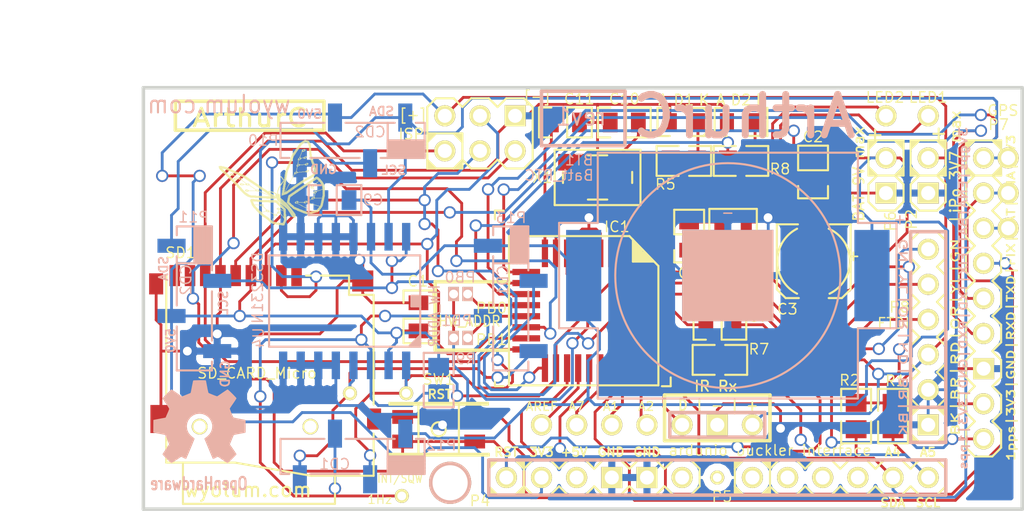
<source format=kicad_pcb>
(kicad_pcb (version 3) (host pcbnew "(2014-05-21 BZR 4875)-product")
  (title_block (date "18 aug 2012"))
  (layers (15 Front signal) (0 Back signal) (18 B.Paste user) (19 F.Paste user) (20 B.SilkS user) (21 F.SilkS user) (22 B.Mask user) (23 F.Mask user) (28 Edge.Cuts user))
  (net 0 "")
  (net 1 +3.3V)
  (net 2 /1pps)
  (net 3 /EN)
  (net 4 /FIX)
  (net 5 /GPS_BAT)
  (net 6 /GPS_Rx)
  (net 7 /GPS_Tx)
  (net 8 /Ir_Dat)
  (net 9 /LED1)
  (net 10 /LED2)
  (net 11 /MISO)
  (net 12 /MOSI)
  (net 13 /PB0)
  (net 14 /PB1)
  (net 15 /PB6)
  (net 16 /PB7)
  (net 17 /RESET)
  (net 18 /RXD)
  (net 19 /SCK)
  (net 20 /SS)
  (net 21 /TXD)
  (net 22 /arthurc_rtc/32k)
  (net 23 /arthurc_rtc/BAT)
  (net 24 /arthurc_rtc/RST)
  (net 25 /arthurc_rtc/SCL)
  (net 26 /arthurc_rtc/SDA)
  (net 27 /arthurc_rtc/SQW)
  (net 28 GND)
  (net 29 "Net-(C7-Pad1)")
  (net 30 "Net-(D1-Pad1)")
  (net 31 "Net-(D2-Pad1)")
  (net 32 /3Vgps)
  (net 33 /AREF)
  (net 34 /A7)
  (net 35 /A2)
  (net 36 /A1)
  (module "ArthurC Lib:I%2fO" (layer Front) (at 44.069 54.9275)
    (fp_text reference B2 hide)
    (fp_text value I/O hide)
    (pad 1 thru_hole circle (at 0 0) (size 1.016 1.016) (drill 0.635) (layers *.Cu *.Mask F.SilkS) (net 27 /arthurc_rtc/SQW))
  )
  (module "ArthurC Lib:I%2fO" (layer Front) (at 40.3225 47.498)
    (fp_text reference B3 hide)
    (fp_text value I/O hide)
    (pad 1 thru_hole circle (at 0 0) (size 1.016 1.016) (drill 0.635) (layers *.Cu *.Mask F.SilkS) (net 24 /arthurc_rtc/RST))
  )
  (module "ArthurC Lib:I%2fO" (layer Front) (at 64.3255 49.784 180)
    (fp_text reference B4 hide)
    (fp_text value I/O hide)
    (pad 1 thru_hole circle (at 0 0 180) (size 1.524 1.524) (drill 1.016) (layers *.Cu *.Mask F.SilkS) (net 8 /Ir_Dat))
  )
  (module "ArthurC Lib:I%2fO" (layer Front) (at 61.7855 49.784 90)
    (fp_text reference B5 hide)
    (fp_text value I/O hide)
    (pad 1 thru_hole circle (at 0 0 90) (size 1.524 1.524) (drill 1.016) (layers *.Cu *.Mask F.SilkS) (net 35 /A2))
  )
  (module "ArthurC Lib:I%2fO" (layer Front) (at 59.2455 49.784 90)
    (fp_text reference B6 hide)
    (fp_text value I/O hide)
    (pad 1 thru_hole circle (at 0 0 90) (size 1.524 1.524) (drill 1.016) (layers *.Cu *.Mask F.SilkS) (net 36 /A1))
  )
  (module "ArthurC Lib:I%2fO" (layer Front) (at 56.7055 49.784 90)
    (fp_text reference B8 hide)
    (fp_text value I/O hide)
    (pad 1 thru_hole circle (at 0 0 90) (size 1.524 1.524) (drill 1.016) (layers *.Cu *.Mask F.SilkS) (net 34 /A7))
  )
  (module "ArthurC Lib:I%2fO_ADR" (layer Front) (at 48.8315 43.4975 180)
    (fp_text reference B10 hide)
    (fp_text value I/O hide)
    (pad 1 thru_hole rect (at 0 0 180) (size 0.762 1.016) (drill 0.635) (layers *.Cu *.SilkS *.Mask) (net 14 /PB1))
  )
  (module "ArthurC Lib:I%2fO_ADR" (layer Front) (at 48.8315 40.3225 180)
    (fp_text reference B11 hide)
    (fp_text value I/O hide)
    (pad 1 thru_hole rect (at 0 0 180) (size 0.762 1.016) (drill 0.635) (layers *.Cu *.SilkS *.Mask) (net 13 /PB0))
  )
  (module "ArthurC Lib:I%2fO" (layer Front) (at 44.3865 47.498)
    (fp_text reference B15 hide)
    (fp_text value I/O hide)
    (pad 1 thru_hole circle (at 0 0) (size 1.016 1.016) (drill 0.635) (layers *.Cu *.Mask F.SilkS) (net 22 /arthurc_rtc/32k))
  )
  (module "ArthurC Lib:I%2fO_ADR" (layer Front) (at 47.8155 40.3225)
    (fp_text reference B16 hide)
    (fp_text value I/O hide)
    (pad 1 thru_hole rect (at 0 0) (size 0.762 1.016) (drill 0.635) (layers *.Cu *.SilkS *.Mask) (net 28 GND))
  )
  (module "ArthurC Lib:I%2fO_ADR" (layer Front) (at 47.8155 43.4975)
    (fp_text reference B17 hide)
    (fp_text value I/O hide)
    (pad 1 thru_hole rect (at 0 0) (size 0.762 1.016) (drill 0.635) (layers *.Cu *.SilkS *.Mask) (net 28 GND))
  )
  (module "ArthurC Lib:I%2fO" (layer Front) (at 66.8655 49.784)
    (fp_text reference B18 hide)
    (fp_text value I/O hide)
    (pad 1 thru_hole rect (at 0 0) (size 1.524 1.524) (drill 1.016) (layers *.Cu *.Mask F.SilkS) (net 28 GND))
  )
  (module "ArthurC Lib:I%2fO" (layer Front) (at 69.4055 49.784)
    (fp_text reference B19 hide)
    (fp_text value I/O hide)
    (pad 1 thru_hole circle (at 0 0) (size 1.524 1.524) (drill 1.016) (layers *.Cu *.Mask F.SilkS) (net 1 +3.3V))
  )
  (module "ArthurC Lib:I%2fO" (layer Front) (at 66.8655 53.594 180)
    (fp_text reference P1 hide)
    (fp_text value I/O hide)
    (pad 1 thru_hole circle (at 0 0 180) (size 1.016 1.016) (drill 0.635) (layers *.Cu *.Mask F.SilkS))
  )
  (module "ArthurC Lib:PIN_ARRAY-9X1" (layer Front) (at 86.106 40.64 270)
    (fp_text reference P7 (at -12.573 -1.0795 540) (layer F.SilkS) (effects (font (size 0.762 0.762) (thickness 0.1016))))
    (fp_text value GPS (at -13.589 -1.397 540) (layer F.SilkS) (effects (font (size 0.762 0.762) (thickness 0.1016))))
    (pad 9 thru_hole circle (at 10.16 0 270) (size 1.524 1.524) (drill 1.016) (layers *.Cu *.Mask F.SilkS) (net 2 /1pps))
    (pad 8 thru_hole circle (at 7.62 0 270) (size 1.524 1.524) (drill 1.016) (layers *.Cu *.Mask F.SilkS) (net 1 +3.3V))
    (pad 7 thru_hole rect (at 5.08 0 270) (size 1.524 1.524) (drill 1.016) (layers *.Cu *.Mask F.SilkS) (net 28 GND))
    (pad 1 thru_hole circle (at -10.16 0 270) (size 1.524 1.524) (drill 1.016) (layers *.Cu *.Mask F.SilkS) (net 32 /3Vgps))
    (pad 2 thru_hole circle (at -7.62 0 270) (size 1.524 1.524) (drill 1.016) (layers *.Cu *.Mask F.SilkS) (net 3 /EN))
    (pad 3 thru_hole circle (at -5.08 0 270) (size 1.524 1.524) (drill 1.016) (layers *.Cu *.Mask F.SilkS) (net 5 /GPS_BAT))
    (pad 4 thru_hole circle (at -2.54 0 270) (size 1.524 1.524) (drill 1.016) (layers *.Cu *.Mask F.SilkS) (net 4 /FIX))
    (pad 5 thru_hole circle (at 0 0 270) (size 1.524 1.524) (drill 1.016) (layers *.Cu *.Mask F.SilkS) (net 7 /GPS_Tx))
    (pad 6 thru_hole circle (at 2.54 0 270) (size 1.524 1.524) (drill 1.016) (layers *.Cu *.Mask F.SilkS) (net 6 /GPS_Rx))
  )
  (module "ArthurC Lib:I%2fO" (layer Front) (at 87.884 30.48)
    (fp_text reference P14 hide)
    (fp_text value I/O hide)
    (pad 1 thru_hole circle (at 0 0) (size 1.524 1.524) (drill 1.016) (layers *.Cu *.Mask F.SilkS) (net 32 /3Vgps))
  )
  (module "ArthurC Lib:I%2fO" (layer Front) (at 87.884 33.02)
    (fp_text reference P15 hide)
    (fp_text value I/O hide)
    (pad 1 thru_hole circle (at 0 0) (size 1.524 1.524) (drill 1.016) (layers *.Cu *.Mask F.SilkS) (net 3 /EN))
  )
  (module "ArthurC Lib:I%2fO" (layer Front) (at 87.884 35.56)
    (fp_text reference P16 hide)
    (fp_text value I/O hide)
    (pad 1 thru_hole circle (at 0 0) (size 1.524 1.524) (drill 1.016) (layers *.Cu *.Mask F.SilkS) (net 5 /GPS_BAT))
  )
  (module "ArthurC Lib:I%2fO" (layer Front) (at 54.1655 49.784)
    (fp_text reference B1 hide)
    (fp_text value AREF hide)
    (pad 1 thru_hole circle (at 0 0) (size 1.524 1.524) (drill 1.016) (layers *.Cu *.Mask F.SilkS) (net 33 /AREF))
  )
  (module "ArthurC Lib:pin_strip_2" (layer Front) (at 82.1055 31.75 270)
    (fp_text reference P2 (at 3.175 1.2065 450) (layer F.SilkS) (effects (font (size 0.762 0.762) (thickness 0.1016))))
    (fp_text value BAT hide)
    (pad 1 thru_hole circle (at -1.27 0 270) (size 1.524 1.524) (drill 1.016) (layers *.Cu *.Mask F.SilkS) (net 1 +3.3V))
    (pad 2 thru_hole rect (at 1.27 0 270) (size 1.524 1.524) (drill 1.016) (layers *.Cu *.Mask F.SilkS) (net 28 GND))
  )
  (module "ArthurC Lib:CR1632" (layer Back) (at 67.6275 38.989 180)
    (fp_text reference BT1 (at 10.7442 8.3566 180) (layer B.SilkS) (effects (font (size 0.762 0.762) (thickness 0.1016)) (justify mirror)))
    (fp_text value Batt_RTC (at 12.192 7.2517 180) (layer B.SilkS) (effects (font (size 0.762 0.762) (thickness 0.1016)) (justify mirror)))
    (fp_text user - (at 0 4.572 180) (layer B.SilkS) (effects (font (size 0.762 0.762) (thickness 0.1016)) (justify mirror)))
    (fp_text user + (at -12.4333 4.0894 180) (layer B.SilkS) (effects (font (size 0.762 0.762) (thickness 0.1016)) (justify mirror)))
    (pad + smd rect (at -10.414 0 180) (size 2.54 6.604) (layers Back B.Paste B.Mask) (net 23 /arthurc_rtc/BAT))
    (pad + smd rect (at 10.414 0 180) (size 2.54 6.604) (layers Back B.Paste B.Mask) (net 23 /arthurc_rtc/BAT))
    (pad - smd rect (at 0 0 180) (size 6.604 6.604) (layers Back B.Paste B.SilkS B.Mask) (net 28 GND))
  )
  (module "ArthurC Lib:c_0805" (layer Front) (at 45.2755 41.9735 270)
    (fp_text reference C1 (at -2.5781 0.0508 360) (layer F.SilkS) (effects (font (size 0.762 0.762) (thickness 0.1016))))
    (fp_text value 100n hide)
    (pad 1 smd rect (at 1.016 0 270) (size 1.0668 1.4224) (layers Front F.Paste F.Mask) (net 1 +3.3V))
    (pad 2 smd rect (at -1.016 0 270) (size 1.0668 1.4224) (layers Front F.Paste F.Mask) (net 28 GND))
  )
  (module "ArthurC Lib:c_0805" (layer Front) (at 73.787 31.496 90)
    (fp_text reference C2 (at 2.54 0 180) (layer F.SilkS) (effects (font (size 0.762 0.762) (thickness 0.1016))))
    (fp_text value 1u hide)
    (pad 1 smd rect (at 1.016 0 90) (size 1.0668 1.4224) (layers Front F.Paste F.Mask) (net 23 /arthurc_rtc/BAT))
    (pad 2 smd rect (at -1.016 0 90) (size 1.0668 1.4224) (layers Front F.Paste F.Mask) (net 28 GND))
  )
  (module "ArthurC Lib:c_0805" (layer Front) (at 64.8335 36.1315 90)
    (fp_text reference C5 (at -2.667 -0.0635 360) (layer F.SilkS) (effects (font (size 0.762 0.762) (thickness 0.1016))))
    (fp_text value 1u hide)
    (pad 1 smd rect (at 1.016 0 90) (size 1.0668 1.4224) (layers Front F.Paste F.Mask) (net 1 +3.3V))
    (pad 2 smd rect (at -1.016 0 90) (size 1.0668 1.4224) (layers Front F.Paste F.Mask) (net 28 GND))
  )
  (module "ArthurC Lib:c_0805" (layer Front) (at 67.056 42.545)
    (fp_text reference C7 (at 2.7813 -0.5969) (layer F.SilkS) (effects (font (size 0.762 0.762) (thickness 0.1016))))
    (fp_text value 100n hide)
    (pad 1 smd rect (at 1.016 0) (size 1.0668 1.4224) (layers Front F.Paste F.Mask) (net 29 "Net-(C7-Pad1)"))
    (pad 2 smd rect (at -1.016 0) (size 1.0668 1.4224) (layers Front F.Paste F.Mask) (net 17 /RESET))
  )
  (module "ArthurC Lib:c_0805" (layer Back) (at 39.243 33.528)
    (fp_text reference C9 (at 2.7559 -0.0127) (layer B.SilkS) (effects (font (size 0.762 0.762) (thickness 0.1016)) (justify mirror)))
    (fp_text value 100n hide)
    (pad 1 smd rect (at 1.016 0) (size 1.0668 1.4224) (layers Back B.Paste B.Mask) (net 23 /arthurc_rtc/BAT))
    (pad 2 smd rect (at -1.016 0) (size 1.0668 1.4224) (layers Back B.Paste B.Mask) (net 28 GND))
  )
  (module "ArthurC Lib:c_0805" (layer Front) (at 60.1472 27.9146)
    (fp_text reference C10 (at 0 -1.7018) (layer F.SilkS) (effects (font (size 0.762 0.762) (thickness 0.1016))))
    (fp_text value 22p hide)
    (pad 1 smd rect (at 1.016 0) (size 1.0668 1.4224) (layers Front F.Paste F.Mask) (net 15 /PB6))
    (pad 2 smd rect (at -1.016 0) (size 1.0668 1.4224) (layers Front F.Paste F.Mask) (net 28 GND))
  )
  (module "ArthurC Lib:c_0805" (layer Front) (at 55.8927 27.9146)
    (fp_text reference C11 (at 1.0033 -1.7018 180) (layer F.SilkS) (effects (font (size 0.762 0.762) (thickness 0.1016))))
    (fp_text value 22p hide)
    (pad 1 smd rect (at 1.016 0) (size 1.0668 1.4224) (layers Front F.Paste F.Mask) (net 28 GND))
    (pad 2 smd rect (at -1.016 0) (size 1.0668 1.4224) (layers Front F.Paste F.Mask) (net 16 /PB7))
  )
  (module "ArthurC Lib:d_0805" (layer Front) (at 64.4525 27.8765)
    (fp_text reference D1 (at 0 -1.5875) (layer F.SilkS) (effects (font (size 0.762 0.762) (thickness 0.1016))))
    (fp_text value LED hide)
    (pad 1 smd rect (at 1.016 0) (size 1.016 1.27) (layers Front F.Paste F.Mask) (net 30 "Net-(D1-Pad1)"))
    (pad 2 smd rect (at -1.016 0) (size 1.016 1.27) (layers Front F.Paste F.Mask) (net 28 GND))
  )
  (module "ArthurC Lib:d_0805" (layer Front) (at 68.58 27.8765)
    (fp_text reference D2 (at 0 -1.5875) (layer F.SilkS) (effects (font (size 0.762 0.762) (thickness 0.1016))))
    (fp_text value LED hide)
    (pad 1 smd rect (at 1.016 0) (size 1.016 1.27) (layers Front F.Paste F.Mask) (net 31 "Net-(D2-Pad1)"))
    (pad 2 smd rect (at -1.016 0) (size 1.016 1.27) (layers Front F.Paste F.Mask) (net 28 GND))
  )
  (module "ArthurC Lib:TQFP32" (layer Front) (at 57.2135 41.529 270)
    (fp_text reference IC1 (at -6.0706 -2.4003 360) (layer F.SilkS) (effects (font (size 0.762 0.762) (thickness 0.1016))))
    (fp_text value ATMEGA328 hide)
    (pad 8 smd rect (at -4.15036 2.79908 270) (size 1.99898 0.44958) (layers Front F.Paste F.Mask) (net 16 /PB7) (clearance 0.127))
    (pad 7 smd rect (at -4.15036 1.99898 270) (size 1.99898 0.44958) (layers Front F.Paste F.Mask) (net 15 /PB6) (clearance 0.14986))
    (pad 6 smd rect (at -4.15036 1.19888 270) (size 1.99898 0.44958) (layers Front F.Paste F.Mask) (net 1 +3.3V) (clearance 0.14986))
    (pad 5 smd rect (at -4.15036 0.39878 270) (size 1.99898 0.44958) (layers Front F.Paste F.Mask) (net 28 GND) (clearance 0.14986))
    (pad 4 smd rect (at -4.15036 -0.39878 270) (size 1.99898 0.44958) (layers Front F.Paste F.Mask) (net 1 +3.3V) (clearance 0.14986))
    (pad 3 smd rect (at -4.15036 -1.19888 270) (size 1.99898 0.44958) (layers Front F.Paste F.Mask) (net 28 GND) (clearance 0.14986))
    (pad 2 smd rect (at -4.15036 -1.99898 270) (size 1.99898 0.44958) (layers Front F.Paste F.Mask) (net 9 /LED1) (clearance 0.14986))
    (pad 1 smd rect (at -4.15036 -2.79908 270) (size 1.99898 0.44958) (layers Front F.Paste F.Mask) (net 27 /arthurc_rtc/SQW) (clearance 0.127))
    (pad 24 smd rect (at 4.15036 -2.79908 270) (size 1.99898 0.44958) (layers Front F.Paste F.Mask) (net 36 /A1) (clearance 0.127))
    (pad 17 smd rect (at 4.15036 2.79908 270) (size 1.99898 0.44958) (layers Front F.Paste F.Mask) (net 19 /SCK) (clearance 0.127))
    (pad 18 smd rect (at 4.15036 1.99898 270) (size 1.99898 0.44958) (layers Front F.Paste F.Mask) (net 1 +3.3V) (clearance 0.14986))
    (pad 19 smd rect (at 4.15036 1.19888 270) (size 1.99898 0.44958) (layers Front F.Paste F.Mask) (net 4 /FIX) (clearance 0.14986))
    (pad 20 smd rect (at 4.15036 0.39878 270) (size 1.99898 0.44958) (layers Front F.Paste F.Mask) (net 33 /AREF) (clearance 0.14986))
    (pad 21 smd rect (at 4.15036 -0.39878 270) (size 1.99898 0.44958) (layers Front F.Paste F.Mask) (net 28 GND) (clearance 0.14986))
    (pad 22 smd rect (at 4.15036 -1.19888 270) (size 1.99898 0.44958) (layers Front F.Paste F.Mask) (net 34 /A7) (clearance 0.14986))
    (pad 23 smd rect (at 4.15036 -1.99898 270) (size 1.99898 0.44958) (layers Front F.Paste F.Mask) (net 3 /EN) (clearance 0.14986))
    (pad 32 smd rect (at -2.79908 -4.15036) (size 1.99898 0.44958) (layers Front F.Paste F.Mask) (net 2 /1pps) (clearance 0.127))
    (pad 31 smd rect (at -1.99898 -4.15036) (size 1.99898 0.44958) (layers Front F.Paste F.Mask) (net 21 /TXD) (clearance 0.14986))
    (pad 30 smd rect (at -1.19888 -4.15036) (size 1.99898 0.44958) (layers Front F.Paste F.Mask) (net 18 /RXD) (clearance 0.14986))
    (pad 29 smd rect (at -0.39878 -4.15036) (size 1.99898 0.44958) (layers Front F.Paste F.Mask) (net 17 /RESET) (clearance 0.14986))
    (pad 28 smd rect (at 0.39878 -4.15036) (size 1.99898 0.44958) (layers Front F.Paste F.Mask) (net 25 /arthurc_rtc/SCL) (clearance 0.14986))
    (pad 27 smd rect (at 1.19888 -4.15036) (size 1.99898 0.44958) (layers Front F.Paste F.Mask) (net 26 /arthurc_rtc/SDA) (clearance 0.14986))
    (pad 26 smd rect (at 1.99898 -4.15036) (size 1.99898 0.44958) (layers Front F.Paste F.Mask) (net 8 /Ir_Dat) (clearance 0.14986))
    (pad 25 smd rect (at 2.79908 -4.15036) (size 1.99898 0.44958) (layers Front F.Paste F.Mask) (net 35 /A2) (clearance 0.127))
    (pad 9 smd rect (at -2.79908 4.15036) (size 1.99898 0.44958) (layers Front F.Paste F.Mask) (net 6 /GPS_Rx) (clearance 0.127))
    (pad 10 smd rect (at -1.99898 4.15036) (size 1.99898 0.44958) (layers Front F.Paste F.Mask) (net 7 /GPS_Tx) (clearance 0.14986))
    (pad 11 smd rect (at -1.19888 4.15036) (size 1.99898 0.44958) (layers Front F.Paste F.Mask) (net 10 /LED2) (clearance 0.14986))
    (pad 12 smd rect (at -0.39878 4.15036) (size 1.99898 0.44958) (layers Front F.Paste F.Mask) (net 13 /PB0) (clearance 0.14986))
    (pad 13 smd rect (at 0.39878 4.15036) (size 1.99898 0.44958) (layers Front F.Paste F.Mask) (net 14 /PB1) (clearance 0.14986))
    (pad 14 smd rect (at 1.19888 4.15036) (size 1.99898 0.44958) (layers Front F.Paste F.Mask) (net 20 /SS) (clearance 0.14986))
    (pad 15 smd rect (at 1.99898 4.15036) (size 1.99898 0.44958) (layers Front F.Paste F.Mask) (net 12 /MOSI) (clearance 0.14986))
    (pad 16 smd rect (at 2.79908 4.15036) (size 1.99898 0.44958) (layers Front F.Paste F.Mask) (net 11 /MISO) (clearance 0.127))
  )
  (module "ArthurC Lib:PIN_ARRAY-6X1" (layer Front) (at 57.9755 53.594)
    (fp_text reference P4 (at -8.255 1.6891) (layer F.SilkS) (effects (font (size 0.762 0.762) (thickness 0.1016))))
    (fp_text value CONN_6 hide)
    (pad 1 thru_hole circle (at -6.35 0) (size 1.524 1.524) (drill 1.016) (layers *.Cu *.Mask F.SilkS) (net 17 /RESET))
    (pad 2 thru_hole circle (at -3.81 0) (size 1.524 1.524) (drill 1.016) (layers *.Cu *.Mask F.SilkS) (net 1 +3.3V))
    (pad 3 thru_hole circle (at -1.27 0) (size 1.524 1.524) (drill 1.016) (layers *.Cu *.Mask F.SilkS))
    (pad 4 thru_hole rect (at 1.27 0) (size 1.524 1.524) (drill 1.016) (layers *.Cu *.Mask F.SilkS) (net 28 GND))
    (pad 5 thru_hole rect (at 3.81 0) (size 1.524 1.524) (drill 1.016) (layers *.Cu *.Mask F.SilkS) (net 28 GND))
    (pad 6 thru_hole circle (at 6.35 0) (size 1.524 1.524) (drill 1.016) (layers *.Cu *.Mask F.SilkS))
  )
  (module "ArthurC Lib:PIN_ARRAY-6X1" (layer Front) (at 75.7555 53.594)
    (fp_text reference P5 (at -8.5471 1.3843) (layer F.SilkS) (effects (font (size 0.762 0.762) (thickness 0.1016))))
    (fp_text value CONN_6 hide)
    (pad 1 thru_hole circle (at -6.35 0) (size 1.524 1.524) (drill 1.016) (layers *.Cu *.Mask F.SilkS))
    (pad 2 thru_hole circle (at -3.81 0) (size 1.524 1.524) (drill 1.016) (layers *.Cu *.Mask F.SilkS))
    (pad 3 thru_hole circle (at -1.27 0) (size 1.524 1.524) (drill 1.016) (layers *.Cu *.Mask F.SilkS))
    (pad 4 thru_hole circle (at 1.27 0) (size 1.524 1.524) (drill 1.016) (layers *.Cu *.Mask F.SilkS))
    (pad 5 thru_hole circle (at 3.81 0) (size 1.524 1.524) (drill 1.016) (layers *.Cu *.Mask F.SilkS) (net 26 /arthurc_rtc/SDA))
    (pad 6 thru_hole circle (at 6.35 0) (size 1.524 1.524) (drill 1.016) (layers *.Cu *.Mask F.SilkS) (net 25 /arthurc_rtc/SCL))
  )
  (module "ArthurC Lib:pin_strip_2" (layer Front) (at 79.0575 31.75 270)
    (fp_text reference P6 (at 3.302 -0.3175 450) (layer F.SilkS) (effects (font (size 0.762 0.762) (thickness 0.1016))))
    (fp_text value LiPo hide)
    (pad 1 thru_hole circle (at -1.27 0 270) (size 1.524 1.524) (drill 1.016) (layers *.Cu *.Mask F.SilkS) (net 23 /arthurc_rtc/BAT))
    (pad 2 thru_hole rect (at 1.27 0 270) (size 1.524 1.524) (drill 1.016) (layers *.Cu *.Mask F.SilkS) (net 28 GND))
  )
  (module "ArthurC Lib:PIN_ARRAY-6X1" (layer Front) (at 82.1055 43.434 90)
    (fp_text reference P8 (at 2.159 -2.0701 180) (layer F.SilkS) (effects (font (size 0.762 0.762) (thickness 0.1016))))
    (fp_text value FTDI (at 0.9906 -2.5019 360) (layer F.SilkS) (effects (font (size 0.762 0.762) (thickness 0.1016))))
    (pad 1 thru_hole rect (at -6.35 0 90) (size 1.524 1.524) (drill 1.016) (layers *.Cu *.Mask F.SilkS) (net 28 GND))
    (pad 2 thru_hole circle (at -3.81 0 90) (size 1.524 1.524) (drill 1.016) (layers *.Cu *.Mask F.SilkS) (net 28 GND))
    (pad 3 thru_hole circle (at -1.27 0 90) (size 1.524 1.524) (drill 1.016) (layers *.Cu *.Mask F.SilkS) (net 1 +3.3V))
    (pad 4 thru_hole circle (at 1.27 0 90) (size 1.524 1.524) (drill 1.016) (layers *.Cu *.Mask F.SilkS) (net 18 /RXD))
    (pad 5 thru_hole circle (at 3.81 0 90) (size 1.524 1.524) (drill 1.016) (layers *.Cu *.Mask F.SilkS) (net 21 /TXD))
    (pad 6 thru_hole circle (at 6.35 0 90) (size 1.524 1.524) (drill 1.016) (layers *.Cu *.Mask F.SilkS) (net 29 "Net-(C7-Pad1)"))
  )
  (module "ArthurC Lib:ISP" (layer Front) (at 47.1805 29.972)
    (fp_text reference P9 (at -2.1717 0) (layer F.SilkS) (effects (font (size 0.762 0.762) (thickness 0.1016))))
    (fp_text value ISP (at -2.4257 -1.2192) (layer F.SilkS) (effects (font (size 0.762 0.762) (thickness 0.1016))))
    (pad 1 thru_hole circle (at 0 0) (size 1.524 1.524) (drill 1.016) (layers *.Cu *.Mask F.SilkS) (net 11 /MISO))
    (pad 2 thru_hole circle (at 0 -2.54) (size 1.524 1.524) (drill 1.016) (layers *.Cu *.Mask F.SilkS) (net 1 +3.3V))
    (pad 3 thru_hole circle (at 2.54 0) (size 1.524 1.524) (drill 1.016) (layers *.Cu *.Mask F.SilkS) (net 19 /SCK))
    (pad 4 thru_hole circle (at 2.54 -2.54) (size 1.524 1.524) (drill 1.016) (layers *.Cu *.Mask F.SilkS) (net 12 /MOSI))
    (pad 5 thru_hole circle (at 5.08 0) (size 1.524 1.524) (drill 1.016) (layers *.Cu *.Mask F.SilkS) (net 17 /RESET))
    (pad 6 thru_hole rect (at 5.08 -2.54) (size 1.524 1.524) (drill 1.016) (layers *.Cu *.Mask F.SilkS) (net 28 GND))
  )
  (module "ArthurC Lib:Sck-04-F-SMT" (layer Back) (at 40.513 29.21)
    (fp_text reference P10 (at -6.4516 0) (layer B.SilkS) (effects (font (size 0.762 0.762) (thickness 0.1016)) (justify mirror)))
    (fp_text value CD2 (at 1.27 -0.6096) (layer B.SilkS) (effects (font (size 0.762 0.762) (thickness 0.1016)) (justify mirror)))
    (pad 1 smd rect (at 3.81 -1.651) (size 1.016 2.032) (layers Back B.Paste B.Mask) (net 26 /arthurc_rtc/SDA))
    (pad 2 smd rect (at 1.27 1.651) (size 1.016 2.032) (layers Back B.Paste B.Mask) (net 25 /arthurc_rtc/SCL))
    (pad 3 smd rect (at -1.27 -1.651) (size 1.016 2.032) (layers Back B.Paste B.Mask) (net 1 +3.3V))
    (pad 4 smd rect (at -3.81 1.651) (size 1.016 2.032) (layers Back B.Paste B.Mask) (net 28 GND))
  )
  (module "ArthurC Lib:Sck-04-F-SMT" (layer Back) (at 29.083 40.64 90)
    (fp_text reference P11 (at 5.8801 -0.0635 180) (layer B.SilkS) (effects (font (size 0.762 0.762) (thickness 0.1016)) (justify mirror)))
    (fp_text value CD2 (at 1.3462 -0.6096 90) (layer B.SilkS) (effects (font (size 0.762 0.762) (thickness 0.1016)) (justify mirror)))
    (pad 1 smd rect (at 3.81 -1.651 90) (size 1.016 2.032) (layers Back B.Paste B.Mask) (net 26 /arthurc_rtc/SDA))
    (pad 2 smd rect (at 1.27 1.651 90) (size 1.016 2.032) (layers Back B.Paste B.Mask) (net 25 /arthurc_rtc/SCL))
    (pad 3 smd rect (at -1.27 -1.651 90) (size 1.016 2.032) (layers Back B.Paste B.Mask) (net 1 +3.3V))
    (pad 4 smd rect (at -3.81 1.651 90) (size 1.016 2.032) (layers Back B.Paste B.Mask) (net 28 GND))
  )
  (module "ArthurC Lib:Sck-04-F-SMT" (layer Back) (at 40.513 52.07)
    (fp_text reference P12 (at 6.4008 -0.8128) (layer B.SilkS) (effects (font (size 0.762 0.762) (thickness 0.1016)) (justify mirror)))
    (fp_text value CD1 (at -1.2954 0.5588) (layer B.SilkS) (effects (font (size 0.762 0.762) (thickness 0.1016)) (justify mirror)))
    (pad 1 smd rect (at 3.81 -1.651) (size 1.016 2.032) (layers Back B.Paste B.Mask) (net 23 /arthurc_rtc/BAT))
    (pad 2 smd rect (at 1.27 1.651) (size 1.016 2.032) (layers Back B.Paste B.Mask) (net 22 /arthurc_rtc/32k))
    (pad 3 smd rect (at -1.27 -1.651) (size 1.016 2.032) (layers Back B.Paste B.Mask) (net 27 /arthurc_rtc/SQW))
    (pad 4 smd rect (at -3.81 1.651) (size 1.016 2.032) (layers Back B.Paste B.Mask) (net 24 /arthurc_rtc/RST))
  )
  (module "ArthurC Lib:Sck-04-F-SMT" (layer Back) (at 51.943 40.64 90)
    (fp_text reference P13 (at 5.842 0.0254 180) (layer B.SilkS) (effects (font (size 0.762 0.762) (thickness 0.1016)) (justify mirror)))
    (fp_text value CD1 (at 1.2954 -0.5588 90) (layer B.SilkS) (effects (font (size 0.762 0.762) (thickness 0.1016)) (justify mirror)))
    (pad 1 smd rect (at 3.81 -1.651 90) (size 1.016 2.032) (layers Back B.Paste B.Mask) (net 23 /arthurc_rtc/BAT))
    (pad 2 smd rect (at 1.27 1.651 90) (size 1.016 2.032) (layers Back B.Paste B.Mask) (net 22 /arthurc_rtc/32k))
    (pad 3 smd rect (at -1.27 -1.651 90) (size 1.016 2.032) (layers Back B.Paste B.Mask) (net 27 /arthurc_rtc/SQW))
    (pad 4 smd rect (at -3.81 1.651 90) (size 1.016 2.032) (layers Back B.Paste B.Mask) (net 24 /arthurc_rtc/RST))
  )
  (module "ArthurC Lib:PCB" (layer Front) (at 57.15 40.64)
    (fp_text reference PCB1 hide)
    (fp_text value PCB hide)
  )
  (module "ArthurC Lib:r_0805" (layer Front) (at 79.5655 49.149 90)
    (fp_text reference R1 (at 2.5527 0.1778 180) (layer F.SilkS) (effects (font (size 0.762 0.762) (thickness 0.1016))))
    (fp_text value 10k hide)
    (pad 1 smd rect (at 0.9525 0 90) (size 1.30048 1.4986) (layers Front F.Paste F.Mask) (net 1 +3.3V))
    (pad 2 smd rect (at -0.9525 0 90) (size 1.30048 1.4986) (layers Front F.Paste F.Mask) (net 25 /arthurc_rtc/SCL))
  )
  (module "ArthurC Lib:r_0805" (layer Front) (at 76.8985 49.149 90)
    (fp_text reference R2 (at 2.5908 -0.4699 180) (layer F.SilkS) (effects (font (size 0.762 0.762) (thickness 0.1016))))
    (fp_text value 10k hide)
    (pad 1 smd rect (at 0.9525 0 90) (size 1.30048 1.4986) (layers Front F.Paste F.Mask) (net 1 +3.3V))
    (pad 2 smd rect (at -0.9525 0 90) (size 1.30048 1.4986) (layers Front F.Paste F.Mask) (net 26 /arthurc_rtc/SDA))
  )
  (module "ArthurC Lib:r_0805" (layer Front) (at 64.4525 30.6959 180)
    (fp_text reference R5 (at 1.3335 -1.6891 180) (layer F.SilkS) (effects (font (size 0.762 0.762) (thickness 0.1016))))
    (fp_text value 750E hide)
    (pad 1 smd rect (at 0.9525 0 180) (size 1.30048 1.4986) (layers Front F.Paste F.Mask) (net 9 /LED1))
    (pad 2 smd rect (at -0.9525 0 180) (size 1.30048 1.4986) (layers Front F.Paste F.Mask) (net 30 "Net-(D1-Pad1)"))
  )
  (module "ArthurC Lib:r_0805" (layer Front) (at 67.056 45.085)
    (fp_text reference R7 (at 2.8194 -0.7747) (layer F.SilkS) (effects (font (size 0.762 0.762) (thickness 0.1016))))
    (fp_text value 10k hide)
    (pad 1 smd rect (at 0.9525 0) (size 1.30048 1.4986) (layers Front F.Paste F.Mask) (net 1 +3.3V))
    (pad 2 smd rect (at -0.9525 0) (size 1.30048 1.4986) (layers Front F.Paste F.Mask) (net 17 /RESET))
  )
  (module "ArthurC Lib:r_0805" (layer Front) (at 68.58 30.6959 180)
    (fp_text reference R8 (at -2.8194 -0.5842 180) (layer F.SilkS) (effects (font (size 0.762 0.762) (thickness 0.1016))))
    (fp_text value 750E hide)
    (pad 1 smd rect (at 0.9525 0 180) (size 1.30048 1.4986) (layers Front F.Paste F.Mask) (net 10 /LED2))
    (pad 2 smd rect (at -0.9525 0 180) (size 1.30048 1.4986) (layers Front F.Paste F.Mask) (net 31 "Net-(D2-Pad1)"))
  )
  (module "ArthurC Lib:r_0805" (layer Back) (at 46.736 46.5455 90)
    (fp_text reference R9 (at 1.5367 1.9558 180) (layer B.SilkS) (effects (font (size 0.762 0.762) (thickness 0.1016)) (justify mirror)))
    (fp_text value 10k hide)
    (pad 1 smd rect (at 0.9525 0 90) (size 1.30048 1.4986) (layers Back B.Paste B.Mask) (net 1 +3.3V))
    (pad 2 smd rect (at -0.9525 0 90) (size 1.30048 1.4986) (layers Back B.Paste B.Mask) (net 27 /arthurc_rtc/SQW))
  )
  (module "ArthurC Lib:vite_3mm" (layer Front) (at 47.5615 53.975 90)
    (fp_text reference SC1 hide)
    (fp_text value SCREW hide)
    (pad 1 thru_hole circle (at 0 0 90) (size 3.048 3.048) (drill 2.54) (layers *.Cu *.SilkS *.Mask))
  )
  (module "ArthurC Lib:SD_Micro" (layer Front) (at 32.0675 38.989 270)
    (fp_text reference SD1 (at -1.651 3.9751 360) (layer F.SilkS) (effects (font (size 0.762 0.762) (thickness 0.1016))))
    (fp_text value SD_CARD_Micro (at 7.0612 -1.5367 360) (layer F.SilkS) (effects (font (size 0.762 0.762) (thickness 0.1016))))
    (pad 5 smd rect (at 0 0 270) (size 1.524 0.762) (layers Front F.Paste F.Mask) (net 19 /SCK))
    (pad 6 smd rect (at 0 1.09982 270) (size 1.524 0.762) (layers Front F.Paste F.Mask) (net 28 GND))
    (pad 7 smd rect (at 0 2.19964 270) (size 1.524 0.762) (layers Front F.Paste F.Mask) (net 11 /MISO))
    (pad 8 smd rect (at 0 3.29946 270) (size 1.524 0.762) (layers Front F.Paste F.Mask))
    (pad 9 smd rect (at 0 4.39928 270) (size 1.524 0.762) (layers Front F.Paste F.Mask))
    (pad 4 smd rect (at 0 -1.09982 270) (size 1.524 0.762) (layers Front F.Paste F.Mask) (net 1 +3.3V))
    (pad 3 smd rect (at 0 -2.19964 270) (size 1.524 0.762) (layers Front F.Paste F.Mask) (net 12 /MOSI))
    (pad 2 smd rect (at 0 -3.29946 270) (size 1.524 0.762) (layers Front F.Paste F.Mask) (net 20 /SS))
    (pad 1 smd rect (at 0 -4.39928 270) (size 1.524 0.762) (layers Front F.Paste F.Mask))
    (pad G1 smd rect (at 0.59944 5.74548 270) (size 1.524 1.016) (layers Front F.Paste F.Mask) (net 28 GND))
    (pad G2 smd rect (at 10.37336 5.40004 270) (size 2.032 1.524) (layers Front F.Paste F.Mask) (net 28 GND))
    (pad G3 smd rect (at 10.37336 -9.99998 270) (size 1.524 1.016) (layers Front F.Paste F.Mask) (net 28 GND))
    (pad G4 smd rect (at 0.39116 -9.1821 270) (size 1.524 1.524) (layers Front F.Paste F.Mask) (net 28 GND))
    (pad H1 thru_hole circle (at 10.922 2.6035 270) (size 1.143 1.143) (drill 0.889) (layers *.Cu *.Mask F.SilkS))
    (pad H2 thru_hole circle (at 10.922 -5.3975 270) (size 1.143 1.143) (drill 0.889) (layers *.Cu *.Mask F.SilkS))
  )
  (module "ArthurC Lib:SW_SMD" (layer Front) (at 46.736 50.1015 180)
    (fp_text reference SW1 (at 0 3.6068 180) (layer F.SilkS) (effects (font (size 0.762 0.762) (thickness 0.1016))))
    (fp_text value SW_PUSH hide)
    (pad 1 smd rect (at -2.6035 0.889 180) (size 1.50114 1.00076) (layers Front F.Paste F.Mask) (net 28 GND))
    (pad 1 smd rect (at 2.6035 0.889 180) (size 1.50114 1.00076) (layers Front F.Paste F.Mask) (net 28 GND))
    (pad 2 smd rect (at 2.6035 -0.889 180) (size 1.50114 1.00076) (layers Front F.Paste F.Mask) (net 17 /RESET))
    (pad 2 smd rect (at -2.6035 -0.889 180) (size 1.50114 1.00076) (layers Front F.Paste F.Mask) (net 17 /RESET))
  )
  (module "ArthurC Lib:SOT23-3" (layer Front) (at 68.0085 36.322 180)
    (fp_text reference U1 (at 0 -2.921 180) (layer F.SilkS) (effects (font (size 0.762 0.762) (thickness 0.1016))))
    (fp_text value 3V3 hide)
    (pad 1 smd rect (at -0.9525 1.2065 180) (size 0.8001 1.19888) (layers Front F.Paste F.Mask) (net 28 GND))
    (pad 3 smd rect (at 0 -1.2065 180) (size 0.8001 1.19888) (layers Front F.Paste F.Mask) (net 23 /arthurc_rtc/BAT))
    (pad 2 smd rect (at 0.9525 1.2065 180) (size 0.8001 1.19888) (layers Front F.Paste F.Mask) (net 1 +3.3V))
  )
  (module "ArthurC Lib:DS3231" (layer Back) (at 39.9415 40.8305 180)
    (fp_text reference U4 (at 6.223 -2.667 270) (layer B.SilkS) (effects (font (size 0.762 0.762) (thickness 0.1016)) (justify mirror)))
    (fp_text value DS3231N (at 6.2865 0.9525 450) (layer B.SilkS) (effects (font (size 0.762 0.762) (thickness 0.1016)) (justify mirror)))
    (pad 1 smd rect (at -4.445 -4.65074 180) (size 0.59944 1.99898) (layers Back B.Paste B.Mask) (net 22 /arthurc_rtc/32k))
    (pad 2 smd rect (at -3.175 -4.65074 180) (size 0.59944 1.99898) (layers Back B.Paste B.Mask) (net 1 +3.3V))
    (pad 3 smd rect (at -1.905 -4.65074 180) (size 0.59944 1.99898) (layers Back B.Paste B.Mask) (net 27 /arthurc_rtc/SQW))
    (pad 4 smd rect (at -0.635 -4.65074 180) (size 0.59944 1.99898) (layers Back B.Paste B.Mask) (net 24 /arthurc_rtc/RST))
    (pad 5 smd rect (at 0.635 -4.65074 180) (size 0.59944 1.99898) (layers Back B.Paste B.Mask) (net 28 GND))
    (pad 6 smd rect (at 1.905 -4.65074 180) (size 0.59944 1.99898) (layers Back B.Paste B.Mask) (net 28 GND))
    (pad 7 smd rect (at 3.175 -4.65074 180) (size 0.59944 1.99898) (layers Back B.Paste B.Mask) (net 28 GND))
    (pad 8 smd rect (at 4.445 -4.65074 180) (size 0.59944 1.99898) (layers Back B.Paste B.Mask) (net 28 GND))
    (pad 9 smd rect (at 4.445 4.65074 180) (size 0.59944 1.99898) (layers Back B.Paste B.Mask) (net 28 GND))
    (pad 10 smd rect (at 3.175 4.65074 180) (size 0.59944 1.99898) (layers Back B.Paste B.Mask) (net 28 GND))
    (pad 11 smd rect (at 1.905 4.65074 180) (size 0.59944 1.99898) (layers Back B.Paste B.Mask) (net 28 GND))
    (pad 12 smd rect (at 0.635 4.65074 180) (size 0.59944 1.99898) (layers Back B.Paste B.Mask) (net 28 GND))
    (pad 13 smd rect (at -0.635 4.65074 180) (size 0.59944 1.99898) (layers Back B.Paste B.Mask) (net 28 GND))
    (pad 14 smd rect (at -1.905 4.65074 180) (size 0.59944 1.99898) (layers Back B.Paste B.Mask) (net 23 /arthurc_rtc/BAT))
    (pad 15 smd rect (at -3.175 4.65074 180) (size 0.59944 1.99898) (layers Back B.Paste B.Mask) (net 26 /arthurc_rtc/SDA))
    (pad 16 smd rect (at -4.445 4.65074 180) (size 0.59944 1.99898) (layers Back B.Paste B.Mask) (net 25 /arthurc_rtc/SCL))
  )
  (module "ArthurC Lib:C_ELCO_SMD" (layer Front) (at 73.8378 37.9476)
    (fp_text reference C3 (at -1.905 3.4671 180) (layer F.SilkS) (effects (font (size 0.762 0.762) (thickness 0.1016))))
    (fp_text value 47uF_25V hide)
    (pad 1 smd rect (at 0 2.286) (size 1.6256 3.048) (layers Front F.Paste F.Mask) (net 23 /arthurc_rtc/BAT))
    (pad 2 smd rect (at -0.0635 -2.286) (size 1.6256 3.048) (layers Front F.Paste F.Mask) (net 28 GND))
  )
  (module "ArthurC Lib:Xtal_SMD4" (layer Front) (at 58.2168 31.8897)
    (fp_text reference X1 (at -3.9878 0.0127) (layer F.SilkS) (effects (font (size 0.762 0.762) (thickness 0.1016))))
    (fp_text value 8MHz hide)
    (pad 2 smd rect (at -1.85 1.1) (size 2 1.2) (layers Front F.Paste F.Mask) (net 16 /PB7))
    (pad 1 smd rect (at 1.85 -1.1) (size 2 1.2) (layers Front F.Paste F.Mask) (net 15 /PB6))
    (pad 3 smd rect (at -1.85 -1.1) (size 2 1.2) (layers Front F.Paste F.Mask) (net 28 GND))
    (pad 3 smd rect (at 1.85 1.1) (size 2 1.2) (layers Front F.Paste F.Mask) (net 28 GND))
  )
  (module "ArthurC Lib:Logo-WL3" (layer Front) (at 29.6926 28.6258)
    (fp_text reference G1 hide)
    (fp_text value Logo-WL3 hide)
  )
  (module "ArthurC Lib:OSHW_6mm" (layer Back) (at 29.4513 49.5554)
    (fp_text reference G*** hide)
    (fp_text value LOGO hide)
  )
  (module "ArthurC Lib:I%2fO" (layer Front) (at 82.1055 27.432)
    (fp_text reference LED1 (at 0 -1.3335) (layer F.SilkS) (effects (font (size 0.762 0.762) (thickness 0.1016))))
    (fp_text value I/O hide)
    (pad 1 thru_hole circle (at 0 0) (size 1.524 1.524) (drill 1.016) (layers *.Cu *.Mask F.SilkS) (net 9 /LED1))
  )
  (module "ArthurC Lib:I%2fO" (layer Front) (at 79.0575 27.432)
    (fp_text reference LED2 (at -0.0635 -1.3335) (layer F.SilkS) (effects (font (size 0.762 0.762) (thickness 0.1016))))
    (fp_text value I/O hide)
    (pad 1 thru_hole circle (at 0 0) (size 1.524 1.524) (drill 1.016) (layers *.Cu *.Mask F.SilkS) (net 10 /LED2))
  )
  (gr_text rev1 (at 57.023 27.4955) (layer B.SilkS) (effects (font (size 1.27 1.143) (thickness 0.1524)) (justify mirror)))
  (gr_text "LiPo 3V7 max" (at 84.074 26.9875 90) (layer F.SilkS) (effects (font (size 0.762 0.762) (thickness 0.127)) (justify right)))
  (gr_text "BAT 9V max" (at 77.089 28.1305 90) (layer F.SilkS) (effects (font (size 0.762 0.762) (thickness 0.127)) (justify right)))
  (gr_text AREF (at 54.1782 48.4505) (layer F.SilkS) (effects (font (size 0.635 0.635) (thickness 0.1016))))
  (gr_text A (at 67.1195 26.289) (layer F.SilkS) (effects (font (size 0.762 0.762) (thickness 0.127))))
  (gr_text A (at 62.9285 26.289) (layer F.SilkS) (effects (font (size 0.762 0.762) (thickness 0.127))))
  (gr_text 1pps|3V3|GND|RXD|TXD|FIX|BAT|ENA|3V3 (at 88.0872 40.5892 90) (layer F.SilkS) (effects (font (size 0.5588 0.7112) (thickness 0.127))))
  (gr_text BK|BR|RD|OR|YL|GN (at 84.074 43.434 90) (layer F.SilkS) (effects (font (size 0.5588 0.8636) (thickness 0.127))))
  (gr_line (start 54.1655 29.591) (end 60.198 29.591) (angle 90) (layer B.SilkS) (width 0.254))
  (gr_line (start 54.1655 25.654) (end 54.1655 29.591) (angle 90) (layer B.SilkS) (width 0.254))
  (gr_line (start 60.198 25.654) (end 54.1655 25.654) (angle 90) (layer B.SilkS) (width 0.254))
  (gr_line (start 60.198 29.591) (end 60.198 25.654) (angle 90) (layer B.SilkS) (width 0.254))
  (gr_line (start 27.7114 28.4734) (end 27.7114 26.3779) (angle 90) (layer F.SilkS) (width 0.254))
  (gr_line (start 38.4429 28.4734) (end 27.7114 28.4734) (angle 90) (layer F.SilkS) (width 0.254))
  (gr_line (start 38.4429 26.3779) (end 38.4429 28.4734) (angle 90) (layer F.SilkS) (width 0.254))
  (gr_line (start 27.7114 26.3779) (end 38.4429 26.3779) (angle 90) (layer F.SilkS) (width 0.254))
  (gr_text GN|YL|OR|RD|BR|BK (at 80.3275 43.434 90) (layer B.SilkS) (effects (font (size 0.5588 0.8636) (thickness 0.127)) (justify mirror)))
  (gr_line (start 70.2945 48.895) (end 63.4365 48.895) (angle 90) (layer B.SilkS) (width 0.254))
  (gr_line (start 70.2945 50.673) (end 70.2945 48.895) (angle 90) (layer B.SilkS) (width 0.254))
  (gr_line (start 70.231 50.673) (end 70.2945 50.673) (angle 90) (layer B.SilkS) (width 0.254))
  (gr_line (start 63.4365 50.673) (end 70.231 50.673) (angle 90) (layer B.SilkS) (width 0.254))
  (gr_line (start 63.4365 48.895) (end 63.4365 50.673) (angle 90) (layer B.SilkS) (width 0.254))
  (gr_line (start 50.3555 54.864) (end 50.3555 52.324) (angle 90) (layer B.SilkS) (width 0.254))
  (gr_line (start 83.3755 54.864) (end 50.3555 54.864) (angle 90) (layer B.SilkS) (width 0.254))
  (gr_line (start 83.3755 52.324) (end 83.3755 54.864) (angle 90) (layer B.SilkS) (width 0.254))
  (gr_line (start 50.3555 52.324) (end 83.3755 52.324) (angle 90) (layer B.SilkS) (width 0.254))
  (gr_line (start 80.8355 48.514) (end 83.3755 48.514) (angle 90) (layer B.SilkS) (width 0.254))
  (gr_line (start 83.3755 51.054) (end 80.8355 51.054) (angle 90) (layer B.SilkS) (width 0.254))
  (gr_line (start 83.3755 35.814) (end 83.3755 51.054) (angle 90) (layer B.SilkS) (width 0.254))
  (gr_line (start 80.8355 35.814) (end 83.3755 35.814) (angle 90) (layer B.SilkS) (width 0.254))
  (gr_line (start 80.8355 51.054) (end 80.8355 35.814) (angle 90) (layer B.SilkS) (width 0.254))
  (gr_text PB1 (at 48.0441 42.2402) (layer B.SilkS) (effects (font (size 0.762 0.762) (thickness 0.1016)) (justify mirror)))
  (gr_text PB0 (at 48.2854 39.116) (layer B.SilkS) (effects (font (size 0.762 0.762) (thickness 0.1016)) (justify mirror)))
  (gr_text HW_ADDR (at 46.4185 41.91 90) (layer B.SilkS) (effects (font (size 0.762 0.6604) (thickness 0.1016)) (justify mirror)))
  (gr_text SCL (at 82.0928 55.4228) (layer F.SilkS) (effects (font (size 0.635 0.635) (thickness 0.127))))
  (gr_text SDA (at 79.5528 55.4228) (layer F.SilkS) (effects (font (size 0.635 0.635) (thickness 0.127))))
  (gr_text 3Vgps|ENA|BAT|FIX|TXD|RXD|GND|3V3|1pps (at 84.6455 40.64 90) (layer B.SilkS) (effects (font (size 0.5588 0.7112) (thickness 0.127)) (justify mirror)))
  (gr_text OpenHardware (at 29.4005 54.0385) (layer B.SilkS) (effects (font (size 0.889 0.6604) (thickness 0.1524)) (justify mirror)))
  (gr_text GND (at 38.4175 31.3055) (layer B.SilkS) (effects (font (size 0.635 0.635) (thickness 0.127)) (justify mirror)))
  (gr_text 5V0 (at 37.4015 27.305) (layer B.SilkS) (effects (font (size 0.635 0.635) (thickness 0.127)) (justify mirror)))
  (gr_text SCL (at 43.4975 31.369) (layer B.SilkS) (effects (font (size 0.635 0.635) (thickness 0.127)) (justify mirror)))
  (gr_text SDA (at 42.6085 27.1145) (layer B.SilkS) (effects (font (size 0.635 0.635) (thickness 0.127)) (justify mirror)))
  (gr_text GND (at 31.3055 46.101 90) (layer B.SilkS) (effects (font (size 0.635 0.635) (thickness 0.127)) (justify mirror)))
  (gr_text 5V0 (at 27.3685 43.688 90) (layer B.SilkS) (effects (font (size 0.635 0.635) (thickness 0.127)) (justify mirror)))
  (gr_text SCL (at 31.1785 40.9575 90) (layer B.SilkS) (effects (font (size 0.635 0.635) (thickness 0.127)) (justify mirror)))
  (gr_text SDA (at 26.8605 38.481 90) (layer B.SilkS) (effects (font (size 0.635 0.635) (thickness 0.127)) (justify mirror)))
  (gr_text 3V3 (at 54.1655 51.7525) (layer F.SilkS) (effects (font (size 0.635 0.635) (thickness 0.127))))
  (gr_text 1Hz (at 42.4815 55.1815) (layer F.SilkS) (effects (font (size 0.635 0.635) (thickness 0.0762))))
  (gr_text INT/SQW (at 43.942 53.6575) (layer F.SilkS) (effects (font (size 0.635 0.508) (thickness 0.0762))))
  (gr_text A2 (at 61.722 48.4505) (layer F.SilkS) (effects (font (size 0.635 0.635) (thickness 0.1016))))
  (gr_text A1 (at 59.182 48.4505) (layer F.SilkS) (effects (font (size 0.635 0.635) (thickness 0.1016))))
  (gr_text A7 (at 56.6928 48.4505) (layer F.SilkS) (effects (font (size 0.635 0.635) (thickness 0.1016))))
  (gr_text [-] (at 53.848 26.035) (layer F.SilkS) (effects (font (size 0.762 0.762) (thickness 0.1016))))
  (gr_text [+] (at 44.8818 27.3558) (layer F.SilkS) (effects (font (size 0.762 0.762) (thickness 0.1016))))
  (gr_line (start 46.482 44.3865) (end 51.7525 44.3865) (angle 90) (layer F.SilkS) (width 0.254))
  (gr_line (start 46.482 39.4335) (end 46.482 44.3865) (angle 90) (layer F.SilkS) (width 0.254))
  (gr_line (start 51.816 39.4335) (end 46.482 39.4335) (angle 90) (layer F.SilkS) (width 0.254))
  (gr_text "ardunio buckler interface" (at 70.6755 51.6255) (layer F.SilkS) (effects (font (size 0.762 0.762) (thickness 0.1016))))
  (gr_text ArthurC (at 68.8213 27.4828) (layer B.SilkS) (effects (font (size 2.921 2.921) (thickness 0.508)) (justify mirror)))
  (gr_line (start 70.6755 47.625) (end 70.6755 50.927) (angle 90) (layer F.SilkS) (width 0.254))
  (gr_line (start 63.0555 47.625) (end 63.0555 50.927) (angle 90) (layer F.SilkS) (width 0.254))
  (gr_text "D | - | +" (at 66.929 48.3743) (layer F.SilkS) (effects (font (size 0.762 0.6858) (thickness 0.127))))
  (gr_text "IR Rx" (at 66.7512 46.99) (layer F.SilkS) (effects (font (size 0.762 0.762) (thickness 0.127))))
  (gr_line (start 70.6755 50.927) (end 63.0555 50.927) (angle 90) (layer F.SilkS) (width 0.254))
  (gr_line (start 63.0555 47.625) (end 70.6755 47.625) (angle 90) (layer F.SilkS) (width 0.254))
  (gr_text ArthurC (at 33.1089 27.5844) (layer F.SilkS) (effects (font (size 1.27 1.524) (thickness 0.2286))))
  (gr_text + (at 78.2701 28.7528) (layer F.SilkS) (effects (font (size 1.016 1.016) (thickness 0.1524))))
  (gr_text + (at 82.8675 28.6639) (layer F.SilkS) (effects (font (size 1.016 1.016) (thickness 0.1524))))
  (gr_text HW_ADDR (at 48.9585 42.291) (layer F.SilkS) (effects (font (size 0.762 0.6604) (thickness 0.1016))))
  (gr_text PB0 (at 50.546 41.3385) (layer F.SilkS) (effects (font (size 0.762 0.762) (thickness 0.1016))))
  (gr_text PB1 (at 50.546 43.6245) (layer F.SilkS) (effects (font (size 0.762 0.762) (thickness 0.1016))))
  (gr_text A4 (at 79.5528 51.7652) (layer F.SilkS) (effects (font (size 0.635 0.635) (thickness 0.127))))
  (gr_text A5 (at 82.0928 51.7652) (layer F.SilkS) (effects (font (size 0.635 0.635) (thickness 0.127))))
  (gr_text GND (at 61.7855 51.7525) (layer F.SilkS) (effects (font (size 0.635 0.635) (thickness 0.127))))
  (gr_text + (at 76.708 37.6555 180) (layer F.SilkS) (effects (font (size 0.762 0.762) (thickness 0.127))))
  (gr_text RST (at 51.6255 51.7525) (layer F.SilkS) (effects (font (size 0.635 0.635) (thickness 0.127))))
  (gr_text RST (at 46.8122 47.5742) (layer F.SilkS) (effects (font (size 0.635 0.635) (thickness 0.127))))
  (gr_text +5V (at 56.515 51.7525) (layer F.SilkS) (effects (font (size 0.635 0.635) (thickness 0.127))))
  (gr_text GND (at 59.182 51.7525) (layer F.SilkS) (effects (font (size 0.635 0.635) (thickness 0.127))))
  (gr_text wyolum.com (at 32.9565 54.483) (layer F.SilkS) (effects (font (size 1.016 1.016) (thickness 0.1524))))
  (gr_line (start 25.4 25.4) (end 88.9 25.4) (angle 90) (layer Edge.Cuts) (width 0.254))
  (gr_text K (at 70.0405 26.289) (layer F.SilkS) (effects (font (size 0.762 0.762) (thickness 0.127))))
  (gr_text K (at 65.913 26.289) (layer F.SilkS) (effects (font (size 0.762 0.762) (thickness 0.127))))
  (gr_text wyolum.com (at 30.861 26.6065) (layer B.SilkS) (effects (font (size 1.27 1.143) (thickness 0.1524)) (justify mirror)))
  (gr_line (start 88.9 55.88) (end 25.4 55.88) (angle 90) (layer Edge.Cuts) (width 0.254))
  (gr_line (start 88.9 25.4) (end 88.9 55.88) (angle 90) (layer Edge.Cuts) (width 0.254))
  (gr_line (start 25.4 55.88) (end 25.4 25.4) (angle 90) (layer Edge.Cuts) (width 0.254))
  (segment (start 82.1055 30.48) (end 83.3755 30.48) (width 0.2032) (layer Front) (net 1))
  (segment (start 83.3755 43.434) (end 83.3755 30.48) (width 0.2032) (layer Front) (net 1))
  (segment (start 83.3755 30.48) (end 83.3755 26.7335) (width 0.2032) (layer Front) (net 1))
  (segment (start 82.7405 26.0985) (end 48.514 26.0985) (width 0.2032) (layer Front) (net 1))
  (segment (start 83.3755 26.7335) (end 82.7405 26.0985) (width 0.2032) (layer Front) (net 1))
  (segment (start 72.39 28.5115) (end 57.3913 28.5115) (width 0.2032) (layer Back) (net 1))
  (segment (start 72.39 28.5115) (end 72.39 32.131) (width 0.2032) (layer Front) (net 1))
  (segment (start 72.39 32.131) (end 70.9295 33.5915) (width 0.2032) (layer Front) (net 1))
  (segment (start 47.1805 27.432) (end 48.514 26.0985) (width 0.2032) (layer Front) (net 1))
  (segment (start 79.5655 48.1965) (end 79.5655 47.244) (width 0.2032) (layer Front) (net 1))
  (segment (start 79.5655 47.244) (end 82.1055 44.704) (width 0.2032) (layer Front) (net 1))
  (segment (start 83.3755 43.434) (end 82.1055 44.704) (width 0.2032) (layer Front) (net 1))
  (segment (start 70.9295 33.5915) (end 65.7225 33.5915) (width 0.2032) (layer Front) (net 1))
  (segment (start 65.7225 33.5915) (end 64.8335 34.4805) (width 0.2032) (layer Front) (net 1))
  (segment (start 64.8335 34.4805) (end 64.8335 35.1155) (width 0.2032) (layer Front) (net 1))
  (segment (start 64.8335 35.1155) (end 64.8335 34.6075) (width 0.2032) (layer Front) (net 1))
  (via (at 72.39 28.5115) (size 0.889) (layers Front Back) (net 1))
  (via (at 47.5361 34.417) (size 0.889) (layers Front Back) (net 1))
  (segment (start 33.16732 37.74948) (end 36.4998 34.417) (width 0.2032) (layer Front) (net 1))
  (segment (start 36.4998 34.417) (end 47.5361 34.417) (width 0.2032) (layer Front) (net 1))
  (segment (start 33.16732 38.989) (end 33.16732 37.74948) (width 0.2032) (layer Front) (net 1))
  (segment (start 57.3913 28.5115) (end 51.4858 34.417) (width 0.2032) (layer Back) (net 1))
  (segment (start 51.4858 34.417) (end 47.5361 34.417) (width 0.2032) (layer Back) (net 1))
  (segment (start 67.056 35.1155) (end 64.8335 35.1155) (width 0.2032) (layer Front) (net 1))
  (segment (start 64.8335 35.1155) (end 65.0875 35.1155) (width 0.2032) (layer Front) (net 1))
  (segment (start 64.8335 35.1155) (end 65.024 35.1155) (width 0.2032) (layer Front) (net 1))
  (segment (start 28.1813 48.5648) (end 27.432 47.8155) (width 0.2032) (layer Back) (net 1))
  (segment (start 29.9339 48.5648) (end 28.1813 48.5648) (width 0.2032) (layer Back) (net 1))
  (segment (start 30.9372 49.5681) (end 29.9339 48.5648) (width 0.2032) (layer Back) (net 1))
  (segment (start 36.195 49.5681) (end 30.9372 49.5681) (width 0.2032) (layer Back) (net 1))
  (segment (start 36.8681 48.895) (end 36.195 49.5681) (width 0.2032) (layer Back) (net 1))
  (segment (start 42.1132 25.8572) (end 45.6057 25.8572) (width 0.2032) (layer Back) (net 1))
  (segment (start 45.6057 25.8572) (end 47.1805 27.432) (width 0.2032) (layer Back) (net 1))
  (segment (start 68.0085 45.085) (end 77.4827 45.085) (width 0.2032) (layer Front) (net 1))
  (via (at 78.4987 46.101) (size 0.889) (layers Front Back) (net 1))
  (segment (start 77.4827 45.085) (end 78.4987 46.101) (width 0.2032) (layer Front) (net 1))
  (segment (start 82.1055 44.704) (end 81.5086 44.704) (width 0.2032) (layer Front) (net 1))
  (segment (start 40.3606 48.895) (end 36.8681 48.895) (width 0.2032) (layer Back) (net 1))
  (segment (start 27.432 41.91) (end 27.432 38.5572) (width 0.2032) (layer Back) (net 1))
  (segment (start 28.9941 32.2453) (end 29.464 31.7754) (width 0.2032) (layer Back) (net 1))
  (segment (start 28.9941 37.6428) (end 28.9941 32.2453) (width 0.2032) (layer Back) (net 1))
  (segment (start 28.5242 38.1127) (end 28.9941 37.6428) (width 0.2032) (layer Back) (net 1))
  (segment (start 27.8765 38.1127) (end 28.5242 38.1127) (width 0.2032) (layer Back) (net 1))
  (segment (start 27.432 38.5572) (end 27.8765 38.1127) (width 0.2032) (layer Back) (net 1))
  (segment (start 26.7589 31.7754) (end 26.7589 30.099) (width 0.2032) (layer Back) (net 1))
  (segment (start 26.7589 30.099) (end 29.5529 27.305) (width 0.2032) (layer Back) (net 1))
  (segment (start 49.3268 51.435) (end 46.101 51.435) (width 0.2032) (layer Back) (net 1))
  (segment (start 45.466 52.07) (end 43.5356 52.07) (width 0.2032) (layer Back) (net 1))
  (segment (start 43.5356 52.07) (end 40.3606 48.895) (width 0.2032) (layer Back) (net 1))
  (segment (start 54.1655 54.6735) (end 53.7845 55.0545) (width 0.2032) (layer Back) (net 1))
  (segment (start 53.7845 55.0545) (end 50.3047 55.0545) (width 0.2032) (layer Back) (net 1))
  (segment (start 46.101 51.435) (end 45.466 52.07) (width 0.2032) (layer Back) (net 1))
  (segment (start 49.911 52.0192) (end 49.3268 51.435) (width 0.2032) (layer Back) (net 1))
  (segment (start 50.3047 55.0545) (end 49.911 54.6608) (width 0.2032) (layer Back) (net 1))
  (segment (start 49.911 54.6608) (end 49.911 52.0192) (width 0.2032) (layer Back) (net 1))
  (segment (start 54.1655 53.594) (end 54.1655 54.6735) (width 0.2032) (layer Back) (net 1))
  (segment (start 27.432 47.8155) (end 27.432 41.91) (width 0.2032) (layer Back) (net 1))
  (segment (start 33.16732 38.989) (end 33.16732 40.06088) (width 0.2032) (layer Front) (net 1))
  (segment (start 32.3596 40.8686) (end 32.3596 41.91) (width 0.2032) (layer Front) (net 1))
  (segment (start 33.16732 40.06088) (end 32.3596 40.8686) (width 0.2032) (layer Front) (net 1))
  (segment (start 32.3596 41.91) (end 32.0548 41.91) (width 0.2032) (layer Back) (net 1))
  (via (at 32.3596 41.91) (size 0.889) (layers Front Back) (net 1))
  (via (at 26.7589 31.7754) (size 0.889) (layers Front Back) (net 1))
  (segment (start 29.464 31.7754) (end 26.7589 31.7754) (width 0.2032) (layer Front) (net 1))
  (via (at 29.464 31.7754) (size 0.889) (layers Front Back) (net 1))
  (segment (start 56.8198 39.1414) (end 56.8198 42.291) (width 0.2032) (layer Front) (net 1))
  (segment (start 56.8198 42.291) (end 55.21452 43.89628) (width 0.2032) (layer Front) (net 1))
  (segment (start 55.21452 43.89628) (end 55.21452 45.67936) (width 0.2032) (layer Front) (net 1))
  (segment (start 57.61228 37.37864) (end 57.61228 38.80612) (width 0.2032) (layer Front) (net 1))
  (segment (start 56.01462 38.86962) (end 56.01462 37.37864) (width 0.2032) (layer Front) (net 1))
  (segment (start 56.2864 39.1414) (end 56.01462 38.86962) (width 0.2032) (layer Front) (net 1))
  (segment (start 57.277 39.1414) (end 56.8198 39.1414) (width 0.2032) (layer Front) (net 1))
  (segment (start 56.8198 39.1414) (end 56.2864 39.1414) (width 0.2032) (layer Front) (net 1))
  (segment (start 57.61228 38.80612) (end 57.277 39.1414) (width 0.2032) (layer Front) (net 1))
  (segment (start 82.1055 44.704) (end 82.10296 44.704) (width 0.2032) (layer Back) (net 1))
  (segment (start 43.1165 44.3865) (end 43.688 43.815) (width 0.2032) (layer Back) (net 1))
  (segment (start 79.5655 48.1965) (end 76.8985 48.1965) (width 0.2032) (layer Front) (net 1))
  (segment (start 46.736 45.593) (end 46.736 44.069) (width 0.2032) (layer Back) (net 1))
  (segment (start 42.36974 43.13174) (end 41.148 41.91) (width 0.2032) (layer Back) (net 1))
  (segment (start 43.688 43.13174) (end 42.36974 43.13174) (width 0.2032) (layer Back) (net 1))
  (segment (start 32.0548 41.91) (end 27.178 41.91) (width 0.2032) (layer Back) (net 1))
  (segment (start 41.148 41.91) (end 32.0548 41.91) (width 0.2032) (layer Back) (net 1))
  (segment (start 39.243 27.305) (end 29.5529 27.305) (width 0.2032) (layer Back) (net 1))
  (segment (start 46.736 44.069) (end 45.79874 43.13174) (width 0.2032) (layer Back) (net 1))
  (segment (start 43.1165 45.48124) (end 43.1165 44.3865) (width 0.2032) (layer Back) (net 1))
  (segment (start 43.688 43.815) (end 43.688 43.13174) (width 0.2032) (layer Back) (net 1))
  (segment (start 57.63768 36.71316) (end 57.63768 38.05682) (width 0.2032) (layer Front) (net 1))
  (segment (start 57.63768 36.71316) (end 57.61228 37.37864) (width 0.2032) (layer Front) (net 1))
  (segment (start 55.2323 46.2788) (end 55.21452 45.67936) (width 0.2032) (layer Front) (net 1))
  (segment (start 55.2323 46.2788) (end 55.2323 44.8437) (width 0.2032) (layer Front) (net 1))
  (segment (start 55.21452 45.67936) (end 55.2323 44.8437) (width 0.2032) (layer Front) (net 1))
  (segment (start 45.79874 43.13174) (end 43.688 43.13174) (width 0.2032) (layer Back) (net 1))
  (segment (start 57.61228 37.37864) (end 57.63768 38.05682) (width 0.2032) (layer Front) (net 1))
  (segment (start 80.3529 48.1965) (end 80.6704 48.514) (width 0.2032) (layer Front) (net 1))
  (segment (start 80.6704 48.514) (end 83.9216 48.514) (width 0.2032) (layer Front) (net 1))
  (segment (start 83.9216 48.514) (end 84.1756 48.26) (width 0.2032) (layer Front) (net 1))
  (segment (start 84.1756 48.26) (end 86.106 48.26) (width 0.2032) (layer Front) (net 1))
  (segment (start 79.5655 48.1965) (end 80.3529 48.1965) (width 0.2032) (layer Front) (net 1))
  (segment (start 80.7085 46.101) (end 82.1055 44.704) (width 0.2032) (layer Back) (net 1))
  (segment (start 78.4987 46.101) (end 80.7085 46.101) (width 0.2032) (layer Back) (net 1))
  (segment (start 43.8277 42.9895) (end 43.688 43.1292) (width 0.2032) (layer Front) (net 1))
  (via (at 43.688 43.1292) (size 0.889) (layers Front Back) (net 1))
  (segment (start 43.688 43.1292) (end 43.688 43.815) (width 0.2032) (layer Back) (net 1))
  (segment (start 45.2755 42.9895) (end 43.8277 42.9895) (width 0.2032) (layer Front) (net 1))
  (segment (start 39.243 27.559) (end 40.4114 27.559) (width 0.2032) (layer Back) (net 1))
  (segment (start 40.4114 27.559) (end 42.1132 25.8572) (width 0.2032) (layer Back) (net 1))
  (via (at 48.0695 47.6885) (size 0.889) (layers Front Back) (net 1))
  (segment (start 53.98008 47.6885) (end 48.0695 47.6885) (width 0.2032) (layer Front) (net 1))
  (segment (start 48.0695 46.82744) (end 48.0695 47.6885) (width 0.2032) (layer Back) (net 1))
  (segment (start 55.21452 45.67936) (end 55.21452 46.45406) (width 0.2032) (layer Front) (net 1))
  (segment (start 55.21452 46.45406) (end 53.98008 47.6885) (width 0.2032) (layer Front) (net 1))
  (segment (start 46.736 45.593) (end 46.83506 45.593) (width 0.2032) (layer Back) (net 1))
  (segment (start 46.83506 45.593) (end 48.0695 46.82744) (width 0.2032) (layer Back) (net 1))
  (segment (start 78.4987 46.101) (end 78.4987 48.317117) (width 0.2032) (layer Back) (net 1))
  (segment (start 78.4987 48.317117) (end 77.844607 48.97121) (width 0.2032) (layer Back) (net 1))
  (segment (start 77.844607 48.97121) (end 70.21829 48.97121) (width 0.2032) (layer Back) (net 1))
  (segment (start 70.21829 48.97121) (end 69.4055 49.784) (width 0.2032) (layer Back) (net 1))
  (segment (start 75.1205 51.054) (end 75.1205 47.5615) (width 0.2032) (layer Front) (net 2))
  (segment (start 75.1205 47.5615) (end 75.819 46.863) (width 0.2032) (layer Front) (net 2))
  (segment (start 75.1205 51.054) (end 80.899 51.054) (width 0.2032) (layer Back) (net 2))
  (segment (start 80.899 51.054) (end 81.28 51.435) (width 0.2032) (layer Back) (net 2))
  (segment (start 83.2104 51.435) (end 81.28 51.435) (width 0.2032) (layer Back) (net 2))
  (segment (start 83.2104 51.435) (end 83.8454 50.8) (width 0.2032) (layer Back) (net 2))
  (via (at 83.8454 50.8) (size 0.889) (layers Front Back) (net 2))
  (segment (start 86.106 50.8) (end 83.8454 50.8) (width 0.2032) (layer Front) (net 2))
  (segment (start 79.121 46.863) (end 75.819 46.863) (width 0.2032) (layer Front) (net 2))
  (segment (start 80.01 44.323) (end 80.01 45.974) (width 0.2032) (layer Front) (net 2))
  (segment (start 80.01 45.974) (end 79.121 46.863) (width 0.2032) (layer Front) (net 2))
  (via (at 80.01 44.323) (size 0.889) (layers Front Back) (net 2))
  (via (at 75.1205 51.054) (size 0.889) (layers Front Back) (net 2))
  (segment (start 80.7085 43.6245) (end 80.01 44.323) (width 0.2032) (layer Back) (net 2))
  (segment (start 80.7085 38.354) (end 79.2734 38.354) (width 0.2032) (layer Front) (net 2))
  (via (at 80.7085 38.354) (size 0.889) (layers Front Back) (net 2))
  (segment (start 80.7085 43.6245) (end 80.7085 38.354) (width 0.2032) (layer Back) (net 2))
  (segment (start 80.01 44.323) (end 80.7085 43.6245) (width 0.2032) (layer Back) (net 2))
  (segment (start 61.36386 38.72992) (end 68.63842 38.72992) (width 0.2032) (layer Front) (net 2))
  (segment (start 68.63842 38.72992) (end 72.39 42.4815) (width 0.2032) (layer Front) (net 2))
  (segment (start 79.2734 38.354) (end 75.1459 42.4815) (width 0.2032) (layer Front) (net 2))
  (segment (start 75.1459 42.4815) (end 72.39 42.4815) (width 0.2032) (layer Front) (net 2))
  (segment (start 62.357 51.689) (end 58.928 51.689) (width 0.2032) (layer Front) (net 3))
  (segment (start 58.039 50.8) (end 58.039 48.8569) (width 0.2032) (layer Front) (net 3))
  (segment (start 58.928 51.689) (end 58.039 50.8) (width 0.2032) (layer Front) (net 3))
  (segment (start 85.344 39.37) (end 84.9122 38.9382) (width 0.2032) (layer Front) (net 3))
  (segment (start 84.9122 34.2138) (end 86.106 33.02) (width 0.2032) (layer Front) (net 3))
  (segment (start 84.9122 38.9382) (end 84.9122 34.2138) (width 0.2032) (layer Front) (net 3))
  (segment (start 87.884 33.02) (end 86.106 33.02) (width 0.2032) (layer Back) (net 3))
  (segment (start 87.0712 39.37) (end 85.344 39.37) (width 0.2032) (layer Front) (net 3))
  (segment (start 87.63 50.9905) (end 87.63 39.9288) (width 0.2032) (layer Front) (net 3))
  (segment (start 83.82 54.8005) (end 87.63 50.9905) (width 0.2032) (layer Front) (net 3))
  (segment (start 59.21248 47.68342) (end 58.039 48.8569) (width 0.2032) (layer Front) (net 3))
  (segment (start 59.21248 45.67936) (end 59.21248 47.68342) (width 0.2032) (layer Front) (net 3))
  (segment (start 87.0712 39.37) (end 87.63 39.9288) (width 0.2032) (layer Front) (net 3))
  (segment (start 63.5 54.8005) (end 63.119 54.4195) (width 0.2032) (layer Front) (net 3))
  (segment (start 63.119 54.4195) (end 63.119 52.451) (width 0.2032) (layer Front) (net 3))
  (segment (start 63.119 52.451) (end 62.357 51.689) (width 0.2032) (layer Front) (net 3))
  (segment (start 83.82 54.8005) (end 63.5 54.8005) (width 0.2032) (layer Front) (net 3))
  (segment (start 60.0075 52.324) (end 54.0385 52.324) (width 0.2032) (layer Front) (net 4))
  (segment (start 54.0385 52.324) (end 52.7177 51.0032) (width 0.2032) (layer Front) (net 4))
  (segment (start 56.01462 46.93158) (end 54.7243 48.2219) (width 0.2032) (layer Front) (net 4))
  (segment (start 52.7177 48.7934) (end 52.7177 51.0032) (width 0.2032) (layer Front) (net 4))
  (segment (start 53.2892 48.2219) (end 52.7177 48.7934) (width 0.2032) (layer Front) (net 4))
  (segment (start 54.7243 48.2219) (end 53.2892 48.2219) (width 0.2032) (layer Front) (net 4))
  (segment (start 56.01462 45.67936) (end 56.01462 46.93158) (width 0.2032) (layer Front) (net 4))
  (segment (start 84.074 55.245) (end 88.2015 51.1175) (width 0.2032) (layer Front) (net 4))
  (segment (start 88.2015 38.6461) (end 88.2015 51.1175) (width 0.2032) (layer Front) (net 4))
  (segment (start 87.6554 38.1) (end 88.2015 38.6461) (width 0.2032) (layer Front) (net 4))
  (via (at 87.6554 38.1) (size 0.889) (layers Front Back) (net 4))
  (segment (start 86.106 38.1) (end 87.6554 38.1) (width 0.2032) (layer Back) (net 4))
  (segment (start 60.8965 55.245) (end 60.5155 54.864) (width 0.2032) (layer Front) (net 4))
  (segment (start 60.5155 54.864) (end 60.5155 52.832) (width 0.2032) (layer Front) (net 4))
  (segment (start 60.5155 52.832) (end 60.0075 52.324) (width 0.2032) (layer Front) (net 4))
  (segment (start 84.074 55.245) (end 60.8965 55.245) (width 0.2032) (layer Front) (net 4))
  (segment (start 86.106 35.56) (end 87.884 35.56) (width 0.2032) (layer Back) (net 5))
  (segment (start 85.9155 28.5115) (end 84.709 28.5115) (width 0.2032) (layer Front) (net 6))
  (segment (start 84.709 28.5115) (end 83.947 29.2735) (width 0.2032) (layer Front) (net 6))
  (segment (start 85.9155 28.5115) (end 84.1375 28.5115) (width 0.2032) (layer Back) (net 6))
  (segment (start 84.1375 28.5115) (end 83.3755 29.2735) (width 0.2032) (layer Back) (net 6))
  (segment (start 77.5335 29.2735) (end 83.3755 29.2735) (width 0.2032) (layer Back) (net 6))
  (via (at 51.435 32.766) (size 0.889) (layers Front Back) (net 6))
  (segment (start 52.4764 32.766) (end 51.435 32.766) (width 0.2032) (layer Back) (net 6))
  (segment (start 51.79822 38.72992) (end 51.435 38.3667) (width 0.2032) (layer Front) (net 6))
  (segment (start 51.435 38.3667) (end 51.435 32.766) (width 0.2032) (layer Front) (net 6))
  (segment (start 53.06314 38.72992) (end 51.79822 38.72992) (width 0.2032) (layer Front) (net 6))
  (segment (start 75.819 27.559) (end 57.6834 27.559) (width 0.2032) (layer Back) (net 6))
  (segment (start 57.6834 27.559) (end 52.4764 32.766) (width 0.2032) (layer Back) (net 6))
  (segment (start 77.5335 29.2735) (end 75.819 27.559) (width 0.2032) (layer Back) (net 6))
  (segment (start 83.947 41.8592) (end 83.947 29.2735) (width 0.2032) (layer Front) (net 6))
  (segment (start 83.947 41.8592) (end 85.2678 43.18) (width 0.2032) (layer Front) (net 6))
  (segment (start 85.2678 43.18) (end 86.106 43.18) (width 0.2032) (layer Front) (net 6))
  (via (at 85.9155 28.5115) (size 0.889) (layers Front Back) (net 6))
  (segment (start 53.06314 38.72992) (end 53.16728 38.72992) (width 0.2032) (layer Front) (net 6))
  (segment (start 85.9155 27.3685) (end 84.328 27.3685) (width 0.2032) (layer Back) (net 7))
  (segment (start 84.328 27.3685) (end 82.931 28.7655) (width 0.2032) (layer Back) (net 7))
  (segment (start 85.9155 27.3685) (end 86.614 27.3685) (width 0.2032) (layer Front) (net 7))
  (segment (start 86.614 27.3685) (end 87.0585 27.813) (width 0.2032) (layer Front) (net 7))
  (segment (start 76.0095 27.051) (end 57.3532 27.051) (width 0.2032) (layer Back) (net 7))
  (segment (start 77.724 28.7655) (end 76.0095 27.051) (width 0.2032) (layer Back) (net 7))
  (segment (start 82.931 28.7655) (end 77.724 28.7655) (width 0.2032) (layer Back) (net 7))
  (segment (start 84.8995 29.2735) (end 84.3915 29.7815) (width 0.2032) (layer Front) (net 7))
  (segment (start 86.741 29.2735) (end 84.8995 29.2735) (width 0.2032) (layer Front) (net 7))
  (segment (start 87.0585 28.956) (end 86.741 29.2735) (width 0.2032) (layer Front) (net 7))
  (segment (start 87.0585 27.813) (end 87.0585 28.956) (width 0.2032) (layer Front) (net 7))
  (via (at 85.9155 27.3685) (size 0.889) (layers Front Back) (net 7))
  (segment (start 57.3532 27.051) (end 52.451 31.9532) (width 0.2032) (layer Back) (net 7))
  (via (at 50.3047 32.7533) (size 0.889) (layers Front Back) (net 7))
  (segment (start 51.1048 31.9532) (end 50.3047 32.7533) (width 0.2032) (layer Back) (net 7))
  (segment (start 52.451 31.9532) (end 51.1048 31.9532) (width 0.2032) (layer Back) (net 7))
  (segment (start 51.44262 39.53002) (end 50.3047 38.3921) (width 0.2032) (layer Front) (net 7))
  (segment (start 50.3047 38.3921) (end 50.3047 32.7533) (width 0.2032) (layer Front) (net 7))
  (segment (start 53.06314 39.53002) (end 51.44262 39.53002) (width 0.2032) (layer Front) (net 7))
  (segment (start 84.963 40.64) (end 86.106 40.64) (width 0.2032) (layer Front) (net 7))
  (segment (start 84.3915 40.0685) (end 84.963 40.64) (width 0.2032) (layer Front) (net 7))
  (segment (start 84.3915 29.7815) (end 84.3915 40.0685) (width 0.2032) (layer Front) (net 7))
  (segment (start 62.99962 43.82262) (end 62.99962 48.45812) (width 0.2032) (layer Front) (net 8))
  (segment (start 62.99962 48.45812) (end 64.3255 49.784) (width 0.2032) (layer Front) (net 8))
  (segment (start 61.36386 43.52798) (end 62.70498 43.52798) (width 0.2032) (layer Front) (net 8))
  (segment (start 62.70498 43.52798) (end 62.99962 43.82262) (width 0.2032) (layer Front) (net 8))
  (segment (start 78.359 28.6385) (end 80.899 28.6385) (width 0.2032) (layer Front) (net 9))
  (segment (start 80.899 28.6385) (end 82.1055 27.432) (width 0.2032) (layer Front) (net 9))
  (segment (start 63.5 32.512) (end 70.739 32.512) (width 0.2032) (layer Front) (net 9))
  (segment (start 77.089 27.3685) (end 78.359 28.6385) (width 0.2032) (layer Front) (net 9))
  (segment (start 72.1995 27.3685) (end 77.089 27.3685) (width 0.2032) (layer Front) (net 9))
  (segment (start 71.4375 28.1305) (end 72.1995 27.3685) (width 0.2032) (layer Front) (net 9))
  (segment (start 71.4375 31.8135) (end 71.4375 28.1305) (width 0.2032) (layer Front) (net 9))
  (segment (start 70.739 32.512) (end 71.4375 31.8135) (width 0.2032) (layer Front) (net 9))
  (segment (start 63.5 30.6959) (end 63.5 32.512) (width 0.2032) (layer Front) (net 9))
  (segment (start 63.5 32.512) (end 63.5 35.1155) (width 0.2032) (layer Front) (net 9))
  (segment (start 59.21248 36.11372) (end 59.21248 37.37864) (width 0.2032) (layer Front) (net 9))
  (segment (start 59.6138 35.7124) (end 59.21248 36.11372) (width 0.2032) (layer Front) (net 9))
  (segment (start 63.5 35.1155) (end 62.9031 35.7124) (width 0.2032) (layer Front) (net 9))
  (segment (start 62.9031 35.7124) (end 59.6138 35.7124) (width 0.2032) (layer Front) (net 9))
  (segment (start 72.0725 26.797) (end 78.4225 26.797) (width 0.2032) (layer Front) (net 10))
  (segment (start 78.4225 26.797) (end 79.0575 27.432) (width 0.2032) (layer Front) (net 10))
  (segment (start 70.866 28.0035) (end 70.866 31.623) (width 0.2032) (layer Front) (net 10))
  (segment (start 72.0725 26.797) (end 70.866 28.0035) (width 0.2032) (layer Front) (net 10))
  (segment (start 67.6275 31.75) (end 67.6275 30.6959) (width 0.2032) (layer Front) (net 10))
  (segment (start 70.866 31.623) (end 70.358 32.131) (width 0.2032) (layer Front) (net 10))
  (segment (start 70.358 32.131) (end 68.0085 32.131) (width 0.2032) (layer Front) (net 10))
  (segment (start 68.0085 32.131) (end 67.6275 31.75) (width 0.2032) (layer Front) (net 10))
  (segment (start 67.6275 29.3624) (end 57.1881 29.3624) (width 0.2032) (layer Back) (net 10))
  (segment (start 53.06314 40.33012) (end 51.11242 40.33012) (width 0.2032) (layer Front) (net 10))
  (segment (start 51.181 35.3695) (end 57.1881 29.3624) (width 0.2032) (layer Back) (net 10))
  (segment (start 49.4157 35.3695) (end 51.181 35.3695) (width 0.2032) (layer Back) (net 10))
  (via (at 49.4157 35.3695) (size 0.889) (layers Front Back) (net 10))
  (segment (start 49.4157 38.6334) (end 49.4157 35.3695) (width 0.2032) (layer Front) (net 10))
  (segment (start 51.11242 40.33012) (end 49.4157 38.6334) (width 0.2032) (layer Front) (net 10))
  (segment (start 67.6275 29.3624) (end 67.6275 30.6959) (width 0.2032) (layer Front) (net 10))
  (via (at 67.6275 29.3624) (size 0.889) (layers Front Back) (net 10))
  (segment (start 31.4452 45.212) (end 49.5935 45.212) (width 0.2032) (layer Front) (net 11))
  (segment (start 49.5935 45.212) (end 50.47742 44.32808) (width 0.2032) (layer Front) (net 11))
  (segment (start 29.86786 38.989) (end 29.86786 32.98444) (width 0.2032) (layer Front) (net 11))
  (segment (start 29.86786 32.98444) (end 34.1757 28.6766) (width 0.2032) (layer Front) (net 11))
  (segment (start 47.1805 29.972) (end 39.878 29.972) (width 0.2032) (layer Front) (net 11))
  (segment (start 38.5826 28.6766) (end 34.1757 28.6766) (width 0.2032) (layer Front) (net 11))
  (segment (start 39.878 29.972) (end 38.5826 28.6766) (width 0.2032) (layer Front) (net 11))
  (segment (start 29.86786 38.989) (end 29.86786 43.63466) (width 0.2032) (layer Front) (net 11))
  (segment (start 29.86786 43.63466) (end 31.4452 45.212) (width 0.2032) (layer Front) (net 11))
  (segment (start 50.47742 44.32808) (end 53.06314 44.32808) (width 0.2032) (layer Front) (net 11))
  (segment (start 47.3837 32.7533) (end 48.9458 32.7533) (width 0.2032) (layer Back) (net 12))
  (segment (start 46.5963 33.5407) (end 46.5963 36.0172) (width 0.2032) (layer Back) (net 12))
  (segment (start 45.9105 36.703) (end 46.5963 36.0172) (width 0.2032) (layer Back) (net 12))
  (via (at 45.9105 36.703) (size 0.889) (layers Front Back) (net 12))
  (segment (start 47.3837 32.7533) (end 46.5963 33.5407) (width 0.2032) (layer Back) (net 12))
  (segment (start 50.9905 28.702) (end 49.7205 27.432) (width 0.2032) (layer Back) (net 12))
  (segment (start 50.9905 30.7086) (end 50.9905 28.702) (width 0.2032) (layer Back) (net 12))
  (segment (start 48.9458 32.7533) (end 50.9905 30.7086) (width 0.2032) (layer Back) (net 12))
  (segment (start 45.9105 39.37) (end 46.73346 40.19296) (width 0.2032) (layer Front) (net 12))
  (segment (start 45.9105 36.703) (end 45.9105 39.37) (width 0.2032) (layer Front) (net 12))
  (segment (start 46.73346 40.19296) (end 46.73346 43.9801) (width 0.2032) (layer Front) (net 12))
  (segment (start 45.9105 36.703) (end 34.925 36.703) (width 0.2032) (layer Front) (net 12))
  (segment (start 34.26714 37.36086) (end 34.925 36.703) (width 0.2032) (layer Front) (net 12))
  (segment (start 34.26714 37.36086) (end 34.26714 38.989) (width 0.2032) (layer Front) (net 12))
  (segment (start 49.2125 44.6405) (end 50.32502 43.52798) (width 0.2032) (layer Front) (net 12))
  (segment (start 50.32502 43.52798) (end 53.06314 43.52798) (width 0.2032) (layer Front) (net 12))
  (segment (start 46.73346 43.9801) (end 47.39386 44.6405) (width 0.2032) (layer Front) (net 12))
  (segment (start 47.39386 44.6405) (end 49.2125 44.6405) (width 0.2032) (layer Front) (net 12))
  (segment (start 53.06314 41.13022) (end 49.63922 41.13022) (width 0.2032) (layer Front) (net 13))
  (segment (start 49.63922 41.13022) (end 48.8315 40.3225) (width 0.2032) (layer Front) (net 13))
  (segment (start 53.06314 41.92778) (end 50.40122 41.92778) (width 0.2032) (layer Front) (net 14))
  (segment (start 50.40122 41.92778) (end 48.8315 43.4975) (width 0.2032) (layer Front) (net 14))
  (segment (start 61.8236 31.3309) (end 61.8236 33.6677) (width 0.2032) (layer Front) (net 15))
  (segment (start 61.8236 33.6677) (end 61.4299 34.0614) (width 0.2032) (layer Front) (net 15))
  (segment (start 61.1632 27.9146) (end 61.1632 28.9052) (width 0.2032) (layer Front) (net 15))
  (segment (start 60.0668 30.0016) (end 60.0668 30.7897) (width 0.2032) (layer Front) (net 15))
  (segment (start 61.1632 28.9052) (end 60.0668 30.0016) (width 0.2032) (layer Front) (net 15))
  (segment (start 61.2824 30.7897) (end 61.8236 31.3309) (width 0.2032) (layer Front) (net 15))
  (segment (start 61.4299 34.0614) (end 56.3753 34.0614) (width 0.2032) (layer Front) (net 15))
  (segment (start 56.3753 34.0614) (end 55.21452 35.22218) (width 0.2032) (layer Front) (net 15))
  (segment (start 55.21452 35.22218) (end 55.21452 37.37864) (width 0.2032) (layer Front) (net 15))
  (segment (start 60.0668 30.7897) (end 61.2824 30.7897) (width 0.2032) (layer Front) (net 15))
  (segment (start 54.41442 33.02) (end 54.41442 29.85008) (width 0.2032) (layer Front) (net 16))
  (segment (start 54.8767 29.3878) (end 54.8767 27.9146) (width 0.2032) (layer Front) (net 16))
  (segment (start 54.41442 29.85008) (end 54.8767 29.3878) (width 0.2032) (layer Front) (net 16))
  (segment (start 54.41442 33.02) (end 54.41442 37.37864) (width 0.2032) (layer Front) (net 16))
  (segment (start 56.3365 33.02) (end 56.3668 32.9897) (width 0.2032) (layer Front) (net 16))
  (segment (start 54.41442 33.02) (end 56.3365 33.02) (width 0.2032) (layer Front) (net 16))
  (segment (start 68.326 51.3715) (end 56.642 51.3715) (width 0.2032) (layer Back) (net 17))
  (segment (start 56.642 51.3715) (end 56.007 50.7365) (width 0.2032) (layer Back) (net 17))
  (segment (start 68.326 51.3715) (end 71.501 51.3715) (width 0.2032) (layer Front) (net 17))
  (segment (start 71.501 51.3715) (end 71.8185 51.689) (width 0.2032) (layer Front) (net 17))
  (segment (start 51.6255 53.594) (end 51.6255 51.943) (width 0.2032) (layer Back) (net 17))
  (segment (start 54.864 50.7365) (end 56.007 50.7365) (width 0.2032) (layer Back) (net 17))
  (segment (start 54.229 51.3715) (end 54.864 50.7365) (width 0.2032) (layer Back) (net 17))
  (segment (start 52.197 51.3715) (end 54.229 51.3715) (width 0.2032) (layer Back) (net 17))
  (segment (start 51.6255 51.943) (end 52.197 51.3715) (width 0.2032) (layer Back) (net 17))
  (segment (start 66.04 42.545) (end 66.04 45.0215) (width 0.2032) (layer Front) (net 17))
  (segment (start 66.04 45.0215) (end 66.1035 45.085) (width 0.2032) (layer Front) (net 17))
  (via (at 68.326 51.3715) (size 0.889) (layers Front Back) (net 17))
  (segment (start 66.1035 45.085) (end 66.1035 46.609) (width 0.2032) (layer Front) (net 17))
  (segment (start 73.7235 51.689) (end 71.8185 51.689) (width 0.2032) (layer Front) (net 17))
  (segment (start 66.1035 46.609) (end 66.675 47.1805) (width 0.2032) (layer Front) (net 17))
  (segment (start 66.675 47.1805) (end 73.5965 47.1805) (width 0.2032) (layer Front) (net 17))
  (segment (start 73.5965 47.1805) (end 74.295 47.879) (width 0.2032) (layer Front) (net 17))
  (segment (start 74.295 47.879) (end 74.295 51.1175) (width 0.2032) (layer Front) (net 17))
  (segment (start 74.295 51.1175) (end 73.7235 51.689) (width 0.2032) (layer Front) (net 17))
  (segment (start 40.1193 31.9278) (end 50.3047 31.9278) (width 0.2032) (layer Front) (net 17))
  (segment (start 50.3047 31.9278) (end 52.2605 29.972) (width 0.2032) (layer Front) (net 17))
  (segment (start 61.36386 41.13022) (end 63.29172 41.13022) (width 0.2032) (layer Front) (net 17))
  (segment (start 63.29172 41.13022) (end 64.7065 42.545) (width 0.2032) (layer Front) (net 17))
  (segment (start 49.3395 50.9905) (end 44.1325 50.9905) (width 0.2032) (layer Front) (net 17))
  (segment (start 51.6255 51.8795) (end 50.7365 50.9905) (width 0.2032) (layer Front) (net 17))
  (segment (start 50.7365 50.9905) (end 49.3395 50.9905) (width 0.2032) (layer Front) (net 17))
  (segment (start 51.6255 53.594) (end 51.6255 51.8795) (width 0.2032) (layer Front) (net 17))
  (segment (start 66.04 42.545) (end 64.7065 42.545) (width 0.2032) (layer Front) (net 17))
  (segment (start 40.1193 31.9278) (end 38.0492 29.8577) (width 0.2032) (layer Front) (net 17))
  (segment (start 38.0492 29.8577) (end 34.5059 29.8577) (width 0.2032) (layer Front) (net 17))
  (segment (start 34.5059 29.8577) (end 31.9151 32.4485) (width 0.2032) (layer Front) (net 17))
  (segment (start 31.9151 32.4485) (end 31.9151 36.6395) (width 0.2032) (layer Front) (net 17))
  (via (at 31.9151 36.6395) (size 0.889) (layers Front Back) (net 17))
  (segment (start 31.9151 36.6395) (end 30.3911 38.1635) (width 0.2032) (layer Back) (net 17))
  (segment (start 30.3911 38.1635) (end 29.4894 38.1635) (width 0.2032) (layer Back) (net 17))
  (segment (start 29.4894 38.1635) (end 28.9814 38.6715) (width 0.2032) (layer Back) (net 17))
  (segment (start 28.9814 38.6715) (end 28.9814 40.64) (width 0.2032) (layer Back) (net 17))
  (via (at 28.9814 40.64) (size 0.889) (layers Front Back) (net 17))
  (segment (start 28.9814 40.64) (end 29.4005 41.0591) (width 0.2032) (layer Front) (net 17))
  (segment (start 29.4005 41.0591) (end 29.4005 43.8277) (width 0.2032) (layer Front) (net 17))
  (segment (start 29.4005 43.8277) (end 32.0421 46.4693) (width 0.2032) (layer Front) (net 17))
  (segment (start 32.0421 46.4693) (end 34.3027 46.4693) (width 0.2032) (layer Front) (net 17))
  (segment (start 34.3027 46.4693) (end 34.8488 47.0154) (width 0.2032) (layer Front) (net 17))
  (segment (start 34.8488 47.0154) (end 34.8488 52.5018) (width 0.2032) (layer Front) (net 17))
  (segment (start 34.8488 52.5018) (end 35.4838 53.1368) (width 0.2032) (layer Front) (net 17))
  (segment (start 35.4838 53.1368) (end 43.4721 53.1368) (width 0.2032) (layer Front) (net 17))
  (segment (start 43.4721 53.1368) (end 44.1325 52.4764) (width 0.2032) (layer Front) (net 17))
  (segment (start 44.1325 52.4764) (end 44.1325 50.9905) (width 0.2032) (layer Front) (net 17))
  (segment (start 61.36386 40.33012) (end 68.71462 40.33012) (width 0.2032) (layer Front) (net 18))
  (segment (start 68.71462 40.33012) (end 72.0725 43.688) (width 0.2032) (layer Front) (net 18))
  (segment (start 72.0725 43.688) (end 76.6064 43.688) (width 0.2032) (layer Front) (net 18))
  (segment (start 76.6064 43.688) (end 78.1304 42.164) (width 0.2032) (layer Front) (net 18))
  (segment (start 78.1304 42.164) (end 82.1055 42.164) (width 0.2032) (layer Front) (net 18))
  (segment (start 50.546 47.244) (end 52.3875 47.244) (width 0.2032) (layer Back) (net 19))
  (segment (start 52.3875 47.244) (end 53.2765 46.355) (width 0.2032) (layer Back) (net 19))
  (segment (start 54.41442 45.67936) (end 53.95214 45.67936) (width 0.2032) (layer Front) (net 19))
  (via (at 53.2765 46.355) (size 0.889) (layers Front Back) (net 19))
  (segment (start 53.95214 45.67936) (end 53.2765 46.355) (width 0.2032) (layer Front) (net 19))
  (segment (start 45.72 35.2552) (end 45.72 33.528) (width 0.2032) (layer Back) (net 19))
  (segment (start 46.2534 35.2552) (end 45.72 35.2552) (width 0.2032) (layer Front) (net 19))
  (via (at 45.72 35.2552) (size 0.889) (layers Front Back) (net 19))
  (segment (start 46.6852 38.6588) (end 46.6852 35.687) (width 0.2032) (layer Front) (net 19))
  (segment (start 46.6852 35.687) (end 46.2534 35.2552) (width 0.2032) (layer Front) (net 19))
  (via (at 46.6852 38.6588) (size 0.889) (layers Front Back) (net 19))
  (segment (start 52.324 40.4622) (end 50.5206 38.6588) (width 0.2032) (layer Back) (net 19))
  (segment (start 52.324 42.6085) (end 52.324 40.4622) (width 0.2032) (layer Back) (net 19))
  (segment (start 50.5206 38.6588) (end 46.6852 38.6588) (width 0.2032) (layer Back) (net 19))
  (segment (start 50.038 44.8945) (end 52.324 42.6085) (width 0.2032) (layer Back) (net 19))
  (segment (start 50.038 46.736) (end 50.038 44.8945) (width 0.2032) (layer Back) (net 19))
  (segment (start 50.546 47.244) (end 50.038 46.736) (width 0.2032) (layer Back) (net 19))
  (segment (start 46.6979 31.5976) (end 48.0949 31.5976) (width 0.2032) (layer Back) (net 19))
  (segment (start 48.0949 31.5976) (end 49.7205 29.972) (width 0.2032) (layer Back) (net 19))
  (segment (start 45.72 33.528) (end 36.4744 33.528) (width 0.2032) (layer Front) (net 19))
  (segment (start 32.0675 37.9349) (end 32.0675 38.989) (width 0.2032) (layer Front) (net 19))
  (segment (start 36.4744 33.528) (end 32.0675 37.9349) (width 0.2032) (layer Front) (net 19))
  (via (at 45.72 33.528) (size 0.889) (layers Front Back) (net 19))
  (segment (start 46.6979 31.5976) (end 45.72 32.5755) (width 0.2032) (layer Back) (net 19))
  (segment (start 45.72 32.5755) (end 45.72 33.528) (width 0.2032) (layer Back) (net 19))
  (segment (start 54.8005 40.9575) (end 54.8005 43.18) (width 0.2032) (layer Back) (net 20))
  (segment (start 54.34838 42.72788) (end 54.8005 43.18) (width 0.2032) (layer Front) (net 20))
  (via (at 54.8005 43.18) (size 0.889) (layers Front Back) (net 20))
  (segment (start 53.06314 42.72788) (end 54.34838 42.72788) (width 0.2032) (layer Front) (net 20))
  (segment (start 35.36696 40.06596) (end 35.814 40.513) (width 0.2032) (layer Front) (net 20))
  (segment (start 35.814 40.513) (end 37.4142 40.513) (width 0.2032) (layer Front) (net 20))
  (segment (start 37.4142 40.513) (end 37.8714 40.0558) (width 0.2032) (layer Front) (net 20))
  (segment (start 37.8714 40.0558) (end 37.8714 39.0652) (width 0.2032) (layer Front) (net 20))
  (via (at 37.8714 39.0652) (size 0.889) (layers Front Back) (net 20))
  (segment (start 35.36696 38.989) (end 35.36696 40.06596) (width 0.2032) (layer Front) (net 20))
  (segment (start 34.6964 38.3032) (end 35.4584 39.0652) (width 0.2032) (layer Back) (net 20))
  (segment (start 35.4584 39.0652) (end 37.8714 39.0652) (width 0.2032) (layer Back) (net 20))
  (segment (start 34.6964 30.8102) (end 34.6964 38.3032) (width 0.2032) (layer Back) (net 20))
  (segment (start 55.2069 40.5511) (end 54.8005 40.9575) (width 0.2032) (layer Back) (net 20))
  (segment (start 55.2069 38.4429) (end 55.2069 40.5511) (width 0.2032) (layer Back) (net 20))
  (via (at 34.6964 30.8102) (size 0.889) (layers Front Back) (net 20))
  (segment (start 38.1508 30.8102) (end 40.0431 32.7025) (width 0.2032) (layer Front) (net 20))
  (segment (start 40.0431 32.7025) (end 47.3456 32.7025) (width 0.2032) (layer Front) (net 20))
  (segment (start 34.6964 30.8102) (end 38.1508 30.8102) (width 0.2032) (layer Front) (net 20))
  (segment (start 54.6862 37.9222) (end 55.2069 38.4429) (width 0.2032) (layer Back) (net 20))
  (segment (start 48.3997 33.7566) (end 47.3456 32.7025) (width 0.2032) (layer Front) (net 20))
  (segment (start 48.3997 36.1569) (end 48.3997 33.7566) (width 0.2032) (layer Front) (net 20))
  (segment (start 48.0187 36.5379) (end 48.3997 36.1569) (width 0.2032) (layer Front) (net 20))
  (segment (start 48.0187 37.9222) (end 48.0187 36.5379) (width 0.2032) (layer Front) (net 20))
  (segment (start 48.0187 37.9222) (end 54.6862 37.9222) (width 0.2032) (layer Back) (net 20))
  (via (at 48.0187 37.9222) (size 0.889) (layers Front Back) (net 20))
  (segment (start 61.36386 39.53002) (end 68.61302 39.53002) (width 0.2032) (layer Front) (net 21))
  (segment (start 68.61302 39.53002) (end 72.1995 43.1165) (width 0.2032) (layer Front) (net 21))
  (segment (start 82.1055 39.624) (end 79.2734 39.624) (width 0.2032) (layer Front) (net 21))
  (segment (start 72.1995 43.1165) (end 75.7809 43.1165) (width 0.2032) (layer Front) (net 21))
  (segment (start 79.2734 39.624) (end 75.7809 43.1165) (width 0.2032) (layer Front) (net 21))
  (segment (start 52.07 46.6725) (end 52.07 46.1645) (width 0.2032) (layer Front) (net 22))
  (segment (start 52.07 46.1645) (end 50.9905 45.085) (width 0.2032) (layer Front) (net 22))
  (segment (start 50.9905 45.085) (end 50.9905 44.45) (width 0.2032) (layer Back) (net 22))
  (via (at 50.9905 45.085) (size 0.889) (layers Front Back) (net 22))
  (segment (start 50.9905 44.45) (end 53.594 41.8465) (width 0.2032) (layer Back) (net 22))
  (segment (start 53.594 41.8465) (end 53.594 39.37) (width 0.2032) (layer Back) (net 22))
  (segment (start 44.3865 47.498) (end 44.3865 46.609) (width 0.2032) (layer Front) (net 22))
  (segment (start 51.6255 47.117) (end 52.07 46.6725) (width 0.2032) (layer Front) (net 22))
  (segment (start 49.403 47.117) (end 51.6255 47.117) (width 0.2032) (layer Front) (net 22))
  (segment (start 48.514 46.228) (end 49.403 47.117) (width 0.2032) (layer Front) (net 22))
  (segment (start 44.7675 46.228) (end 48.514 46.228) (width 0.2032) (layer Front) (net 22))
  (segment (start 44.3865 46.609) (end 44.7675 46.228) (width 0.2032) (layer Front) (net 22))
  (segment (start 44.3865 47.498) (end 41.8592 47.498) (width 0.2032) (layer Front) (net 22))
  (segment (start 41.783 51.9938) (end 41.783 53.721) (width 0.2032) (layer Back) (net 22))
  (via (at 41.783 51.9938) (size 0.889) (layers Front Back) (net 22))
  (segment (start 41.783 51.7652) (end 41.783 51.9938) (width 0.2032) (layer Front) (net 22))
  (segment (start 40.7416 50.7238) (end 41.783 51.7652) (width 0.2032) (layer Front) (net 22))
  (segment (start 40.7416 48.6156) (end 40.7416 50.7238) (width 0.2032) (layer Front) (net 22))
  (segment (start 41.8592 47.498) (end 40.7416 48.6156) (width 0.2032) (layer Front) (net 22))
  (segment (start 44.3865 45.48124) (end 44.3865 47.498) (width 0.2032) (layer Back) (net 22))
  (segment (start 77.1525 31.242) (end 77.1525 34.2265) (width 0.2032) (layer Back) (net 23))
  (segment (start 77.1525 34.2265) (end 78.0415 35.1155) (width 0.2032) (layer Back) (net 23))
  (segment (start 78.0415 38.989) (end 78.0415 35.1155) (width 0.2032) (layer Back) (net 23))
  (segment (start 79.0575 30.48) (end 77.9145 30.48) (width 0.2032) (layer Back) (net 23))
  (segment (start 77.9145 30.48) (end 77.1525 31.242) (width 0.2032) (layer Back) (net 23))
  (segment (start 73.787 30.48) (end 79.0575 30.48) (width 0.2032) (layer Front) (net 23))
  (segment (start 58.0136 48.3235) (end 76.8985 48.3235) (width 0.2032) (layer Back) (net 23))
  (segment (start 77.6478 45.5295) (end 78.0288 45.1485) (width 0.2032) (layer Back) (net 23))
  (segment (start 76.8985 48.3235) (end 77.6478 47.5742) (width 0.2032) (layer Back) (net 23))
  (segment (start 57.531 47.8409) (end 58.0136 48.3235) (width 0.2032) (layer Back) (net 23))
  (segment (start 77.6478 47.5742) (end 77.6478 45.5295) (width 0.2032) (layer Back) (net 23))
  (segment (start 78.0288 45.1485) (end 80.5815 45.1485) (width 0.2032) (layer Back) (net 23))
  (segment (start 83.5152 42.8498) (end 83.5152 35.7632) (width 0.2032) (layer Back) (net 23))
  (segment (start 80.5815 45.1485) (end 80.899 44.831) (width 0.2032) (layer Back) (net 23))
  (segment (start 80.899 44.831) (end 80.899 44.2087) (width 0.2032) (layer Back) (net 23))
  (segment (start 80.899 44.2087) (end 81.6737 43.434) (width 0.2032) (layer Back) (net 23))
  (segment (start 82.8675 35.1155) (end 78.0415 35.1155) (width 0.2032) (layer Back) (net 23))
  (segment (start 81.6737 43.434) (end 82.931 43.434) (width 0.2032) (layer Back) (net 23))
  (segment (start 82.931 43.434) (end 83.5152 42.8498) (width 0.2032) (layer Back) (net 23))
  (segment (start 83.5152 35.7632) (end 82.8675 35.1155) (width 0.2032) (layer Back) (net 23))
  (segment (start 79.0575 30.48) (end 80.0735 30.48) (width 0.2032) (layer Front) (net 23))
  (segment (start 80.5815 35.8775) (end 76.3905 40.0685) (width 0.2032) (layer Front) (net 23))
  (segment (start 80.5815 30.988) (end 80.5815 35.8775) (width 0.2032) (layer Front) (net 23))
  (segment (start 80.0735 30.48) (end 80.5815 30.988) (width 0.2032) (layer Front) (net 23))
  (segment (start 57.2135 38.989) (end 57.2135 41.9735) (width 0.2032) (layer Back) (net 23))
  (segment (start 57.2135 41.9735) (end 58.3565 43.1165) (width 0.2032) (layer Back) (net 23))
  (segment (start 57.531 45.1485) (end 57.531 47.8409) (width 0.2032) (layer Back) (net 23))
  (segment (start 58.3565 44.323) (end 57.531 45.1485) (width 0.2032) (layer Back) (net 23))
  (segment (start 58.3565 43.1165) (end 58.3565 44.323) (width 0.2032) (layer Back) (net 23))
  (segment (start 68.0085 37.5285) (end 69.1515 37.5285) (width 0.2032) (layer Front) (net 23))
  (segment (start 69.1515 37.5285) (end 71.8566 40.2336) (width 0.2032) (layer Front) (net 23))
  (segment (start 74.0029 40.0685) (end 76.3905 40.0685) (width 0.2032) (layer Front) (net 23))
  (segment (start 50.292 36.83) (end 55.0545 36.83) (width 0.2032) (layer Back) (net 23))
  (segment (start 55.0545 36.83) (end 57.2135 38.989) (width 0.2032) (layer Back) (net 23))
  (segment (start 71.8566 40.2336) (end 73.8378 40.2336) (width 0.2032) (layer Front) (net 23))
  (segment (start 50.292 36.83) (end 47.1678 36.83) (width 0.2032) (layer Back) (net 23))
  (segment (start 41.8465 38.0619) (end 41.8465 36.17976) (width 0.2032) (layer Back) (net 23))
  (segment (start 42.672 38.8874) (end 41.8465 38.0619) (width 0.2032) (layer Back) (net 23))
  (segment (start 45.1104 38.8874) (end 42.672 38.8874) (width 0.2032) (layer Back) (net 23))
  (segment (start 47.1678 36.83) (end 45.1104 38.8874) (width 0.2032) (layer Back) (net 23))
  (segment (start 41.8465 36.17976) (end 41.8465 34.0995) (width 0.2032) (layer Back) (net 23))
  (segment (start 41.275 33.528) (end 40.259 33.528) (width 0.2032) (layer Back) (net 23))
  (segment (start 41.8465 34.0995) (end 41.275 33.528) (width 0.2032) (layer Back) (net 23))
  (segment (start 73.6727 40.0685) (end 73.8378 40.2336) (width 0.2032) (layer Front) (net 23))
  (segment (start 74.0029 40.0685) (end 73.8378 40.2336) (width 0.2032) (layer Front) (net 23))
  (segment (start 57.0484 48.3235) (end 57.531 47.8409) (width 0.2032) (layer Back) (net 23))
  (segment (start 50.7746 50.7365) (end 53.1876 48.3235) (width 0.2032) (layer Back) (net 23))
  (segment (start 46.101 50.7365) (end 50.7746 50.7365) (width 0.2032) (layer Back) (net 23))
  (segment (start 45.7835 50.419) (end 46.101 50.7365) (width 0.2032) (layer Back) (net 23))
  (segment (start 53.1876 48.3235) (end 57.0484 48.3235) (width 0.2032) (layer Back) (net 23))
  (segment (start 44.323 50.419) (end 45.7835 50.419) (width 0.2032) (layer Back) (net 23))
  (segment (start 50.9905 46.355) (end 51.689 46.355) (width 0.2032) (layer Back) (net 24))
  (segment (start 51.689 46.355) (end 53.594 44.45) (width 0.2032) (layer Back) (net 24))
  (segment (start 50.9905 46.355) (end 50.165 46.355) (width 0.2032) (layer Front) (net 24))
  (segment (start 50.165 46.355) (end 49.53 45.72) (width 0.2032) (layer Front) (net 24))
  (segment (start 40.3225 46.0375) (end 40.3225 47.498) (width 0.2032) (layer Front) (net 24))
  (segment (start 49.53 45.72) (end 40.64 45.72) (width 0.2032) (layer Front) (net 24))
  (segment (start 40.64 45.72) (end 40.3225 46.0375) (width 0.2032) (layer Front) (net 24))
  (segment (start 53.594 44.45) (end 53.086 44.45) (width 0.2032) (layer Back) (net 24))
  (via (at 50.9905 46.355) (size 0.889) (layers Front Back) (net 24))
  (segment (start 40.5765 45.48124) (end 40.5765 46.5709) (width 0.2032) (layer Back) (net 24))
  (segment (start 40.3225 46.8249) (end 40.3225 47.498) (width 0.2032) (layer Back) (net 24))
  (segment (start 40.5765 46.5709) (end 40.3225 46.8249) (width 0.2032) (layer Back) (net 24))
  (segment (start 37.9476 52.0192) (end 39.0906 50.8762) (width 0.2032) (layer Front) (net 24))
  (segment (start 36.703 52.0192) (end 37.9476 52.0192) (width 0.2032) (layer Front) (net 24))
  (via (at 36.703 52.0192) (size 0.889) (layers Front Back) (net 24))
  (segment (start 36.703 53.721) (end 36.703 52.0192) (width 0.2032) (layer Back) (net 24))
  (segment (start 39.0906 48.7299) (end 40.3225 47.498) (width 0.2032) (layer Front) (net 24))
  (segment (start 39.0906 50.8762) (end 39.0906 48.7299) (width 0.2032) (layer Front) (net 24))
  (segment (start 65.3415 47.625) (end 71.8185 47.625) (width 0.2032) (layer Front) (net 25))
  (segment (start 72.898 48.7045) (end 72.898 50.8635) (width 0.2032) (layer Front) (net 25))
  (segment (start 71.8185 47.625) (end 72.898 48.7045) (width 0.2032) (layer Front) (net 25))
  (segment (start 80.4545 51.943) (end 73.9775 51.943) (width 0.2032) (layer Back) (net 25))
  (via (at 72.898 50.8635) (size 0.889) (layers Front Back) (net 25))
  (segment (start 80.4545 51.943) (end 82.1055 53.594) (width 0.2032) (layer Back) (net 25))
  (segment (start 73.9775 51.943) (end 72.898 50.8635) (width 0.2032) (layer Back) (net 25))
  (segment (start 43.3578 39.878) (end 34.3662 39.878) (width 0.2032) (layer Back) (net 25))
  (segment (start 34.3662 39.878) (end 33.8582 39.37) (width 0.2032) (layer Back) (net 25))
  (segment (start 37.6555 29.2989) (end 34.4932 29.2989) (width 0.2032) (layer Back) (net 25))
  (segment (start 34.4932 29.2989) (end 33.8582 29.9339) (width 0.2032) (layer Back) (net 25))
  (segment (start 33.8582 29.9339) (end 33.8582 39.37) (width 0.2032) (layer Back) (net 25))
  (via (at 43.3578 37.9222) (size 0.889) (layers Front Back) (net 25))
  (via (at 43.3578 39.878) (size 0.889) (layers Front Back) (net 25))
  (segment (start 43.3578 39.878) (end 43.3578 37.9222) (width 0.2032) (layer Front) (net 25))
  (segment (start 43.3578 37.9222) (end 43.9674 37.9222) (width 0.2032) (layer Back) (net 25))
  (segment (start 43.9674 37.9222) (end 44.3865 37.5031) (width 0.2032) (layer Back) (net 25))
  (via (at 57.531 43.8912) (size 0.889) (layers Front Back) (net 25))
  (segment (start 59.49442 41.92778) (end 57.531 43.8912) (width 0.2032) (layer Front) (net 25))
  (segment (start 61.36386 41.92778) (end 59.49442 41.92778) (width 0.2032) (layer Front) (net 25))
  (segment (start 33.8582 39.37) (end 30.734 39.37) (width 0.2032) (layer Back) (net 25))
  (segment (start 44.3865 37.5031) (end 44.3865 36.17976) (width 0.2032) (layer Back) (net 25))
  (segment (start 79.5655 51.054) (end 82.1055 53.594) (width 0.2032) (layer Front) (net 25))
  (segment (start 79.5655 50.1015) (end 79.5655 51.054) (width 0.2032) (layer Front) (net 25))
  (segment (start 39.2176 30.861) (end 41.783 30.861) (width 0.2032) (layer Back) (net 25))
  (segment (start 37.6555 29.2989) (end 39.2176 30.861) (width 0.2032) (layer Back) (net 25))
  (segment (start 64.0461 42.9895) (end 64.0461 46.3296) (width 0.2032) (layer Front) (net 25))
  (segment (start 64.0461 46.3296) (end 65.3415 47.625) (width 0.2032) (layer Front) (net 25))
  (segment (start 62.98438 41.92778) (end 64.0461 42.9895) (width 0.2032) (layer Front) (net 25))
  (segment (start 61.36386 41.92778) (end 62.98438 41.92778) (width 0.2032) (layer Front) (net 25))
  (segment (start 50.3301 47.5996) (end 49.64429 46.91379) (width 0.2032) (layer Back) (net 25))
  (segment (start 54.27472 47.5996) (end 50.3301 47.5996) (width 0.2032) (layer Back) (net 25))
  (segment (start 43.802299 39.433501) (end 43.3578 39.878) (width 0.2032) (layer Back) (net 25))
  (segment (start 55.1307 44.0182) (end 55.1307 46.74362) (width 0.2032) (layer Back) (net 25))
  (segment (start 55.1307 46.74362) (end 54.27472 47.5996) (width 0.2032) (layer Back) (net 25))
  (segment (start 49.64429 46.91379) (end 49.64429 44.780209) (width 0.2032) (layer Back) (net 25))
  (segment (start 50.673001 39.433501) (end 43.802299 39.433501) (width 0.2032) (layer Back) (net 25))
  (segment (start 57.531 43.8912) (end 56.8071 43.1673) (width 0.2032) (layer Back) (net 25))
  (segment (start 49.64429 44.780209) (end 51.943 42.4815) (width 0.2032) (layer Back) (net 25))
  (segment (start 56.8071 43.1673) (end 55.9816 43.1673) (width 0.2032) (layer Back) (net 25))
  (segment (start 55.9816 43.1673) (end 55.1307 44.0182) (width 0.2032) (layer Back) (net 25))
  (segment (start 51.943 42.4815) (end 51.943 40.7035) (width 0.2032) (layer Back) (net 25))
  (segment (start 51.943 40.7035) (end 50.673001 39.433501) (width 0.2032) (layer Back) (net 25))
  (segment (start 49.1363 26.162) (end 86.8045 26.162) (width 0.2032) (layer Back) (net 26))
  (segment (start 85.4075 29.2735) (end 84.8233 29.8577) (width 0.2032) (layer Back) (net 26))
  (segment (start 86.741 29.2735) (end 85.4075 29.2735) (width 0.2032) (layer Back) (net 26))
  (segment (start 87.0585 28.956) (end 86.741 29.2735) (width 0.2032) (layer Back) (net 26))
  (segment (start 87.0585 26.416) (end 87.0585 28.956) (width 0.2032) (layer Back) (net 26))
  (segment (start 86.8045 26.162) (end 87.0585 26.416) (width 0.2032) (layer Back) (net 26))
  (segment (start 76.8985 50.1015) (end 76.8985 52.197) (width 0.2032) (layer Front) (net 26))
  (segment (start 65.913 52.197) (end 76.8985 52.197) (width 0.2032) (layer Front) (net 26))
  (segment (start 76.8985 52.197) (end 78.1685 52.197) (width 0.2032) (layer Front) (net 26))
  (segment (start 78.1685 52.197) (end 79.5655 53.594) (width 0.2032) (layer Front) (net 26))
  (segment (start 63.4619 43.561) (end 63.4619 46.6979) (width 0.2032) (layer Front) (net 26))
  (segment (start 65.532 48.768) (end 65.532 51.816) (width 0.2032) (layer Front) (net 26))
  (segment (start 63.4619 46.6979) (end 65.532 48.768) (width 0.2032) (layer Front) (net 26))
  (segment (start 65.913 52.197) (end 65.532 51.816) (width 0.2032) (layer Front) (net 26))
  (segment (start 84.0232 55.0164) (end 84.8233 54.2163) (width 0.2032) (layer Back) (net 26))
  (segment (start 79.5655 54.483) (end 80.0989 55.0164) (width 0.2032) (layer Back) (net 26))
  (segment (start 80.0989 55.0164) (end 84.0232 55.0164) (width 0.2032) (layer Back) (net 26))
  (segment (start 84.8233 54.2163) (end 84.8233 29.8577) (width 0.2032) (layer Back) (net 26))
  (segment (start 79.5655 53.594) (end 79.5655 54.483) (width 0.2032) (layer Back) (net 26))
  (segment (start 49.1363 26.162) (end 48.4505 26.8478) (width 0.2032) (layer Back) (net 26))
  (segment (start 48.4505 26.8478) (end 48.4505 28.2321) (width 0.2032) (layer Back) (net 26))
  (segment (start 48.4505 28.2321) (end 48.006 28.6766) (width 0.2032) (layer Back) (net 26))
  (segment (start 48.006 28.6766) (end 45.4406 28.6766) (width 0.2032) (layer Back) (net 26))
  (segment (start 45.4406 28.6766) (end 44.323 27.559) (width 0.2032) (layer Back) (net 26))
  (segment (start 61.36386 42.72788) (end 62.62878 42.72788) (width 0.2032) (layer Front) (net 26))
  (segment (start 62.62878 42.72788) (end 63.4619 43.561) (width 0.2032) (layer Front) (net 26))
  (segment (start 44.323 31.5722) (end 44.323 27.559) (width 0.2032) (layer Back) (net 26))
  (segment (start 43.1165 36.17976) (end 43.1165 32.7787) (width 0.2032) (layer Back) (net 26))
  (segment (start 43.1165 32.7787) (end 44.323 31.5722) (width 0.2032) (layer Back) (net 26))
  (segment (start 27.432 34.6202) (end 27.432 36.83) (width 0.2032) (layer Back) (net 26))
  (segment (start 44.323 27.559) (end 42.164 27.559) (width 0.2032) (layer Back) (net 26))
  (segment (start 42.164 27.559) (end 40.259 29.464) (width 0.2032) (layer Back) (net 26))
  (segment (start 40.259 29.464) (end 38.6588 29.464) (width 0.2032) (layer Back) (net 26))
  (segment (start 38.6588 29.464) (end 37.6174 28.4226) (width 0.2032) (layer Back) (net 26))
  (segment (start 37.6174 28.4226) (end 30.226 28.4226) (width 0.2032) (layer Back) (net 26))
  (segment (start 30.226 28.4226) (end 27.9146 30.734) (width 0.2032) (layer Back) (net 26))
  (segment (start 27.9146 30.734) (end 27.9146 34.1376) (width 0.2032) (layer Back) (net 26))
  (segment (start 27.9146 34.1376) (end 27.432 34.6202) (width 0.2032) (layer Back) (net 26))
  (segment (start 50.292 41.656) (end 50.038 41.91) (width 0.2032) (layer Back) (net 27))
  (segment (start 50.038 41.91) (end 42.8625 41.91) (width 0.2032) (layer Back) (net 27))
  (via (at 41.148 43.6245) (size 0.889) (layers Front Back) (net 27))
  (via (at 42.8625 41.91) (size 0.889) (layers Front Back) (net 27))
  (segment (start 41.8592 41.91) (end 41.148 42.6212) (width 0.2032) (layer Front) (net 27))
  (segment (start 41.148 43.6245) (end 41.148 42.6212) (width 0.2032) (layer Front) (net 27))
  (segment (start 42.8625 41.91) (end 41.8592 41.91) (width 0.2032) (layer Front) (net 27))
  (segment (start 57.5056 41.148) (end 60.01258 38.64102) (width 0.2032) (layer Front) (net 27))
  (segment (start 60.01258 38.64102) (end 60.01258 37.37864) (width 0.2032) (layer Front) (net 27))
  (segment (start 57.5056 42.7736) (end 56.4007 43.8785) (width 0.2032) (layer Front) (net 27))
  (via (at 56.4007 43.8785) (size 0.889) (layers Front Back) (net 27))
  (segment (start 57.5056 42.7736) (end 57.5056 41.148) (width 0.2032) (layer Front) (net 27))
  (segment (start 46.736 47.498) (end 45.6819 47.498) (width 0.2032) (layer Back) (net 27))
  (segment (start 45.6819 47.498) (end 44.7929 48.387) (width 0.2032) (layer Back) (net 27))
  (segment (start 41.148 43.6245) (end 34.2265 43.6245) (width 0.2032) (layer Back) (net 27))
  (segment (start 39.243 54.9275) (end 36.2585 54.9275) (width 0.2032) (layer Front) (net 27))
  (segment (start 33.8455 47.7266) (end 33.8455 52.5145) (width 0.2032) (layer Front) (net 27))
  (via (at 33.8455 47.7266) (size 0.889) (layers Front Back) (net 27))
  (segment (start 36.2585 54.9275) (end 33.8455 52.5145) (width 0.2032) (layer Front) (net 27))
  (segment (start 34.2265 43.6245) (end 33.8455 44.0055) (width 0.2032) (layer Back) (net 27))
  (segment (start 33.8455 44.0055) (end 33.8455 47.7266) (width 0.2032) (layer Back) (net 27))
  (segment (start 41.8465 45.48124) (end 41.8465 47.8663) (width 0.2032) (layer Back) (net 27))
  (segment (start 41.8465 47.8663) (end 42.3672 48.387) (width 0.2032) (layer Back) (net 27))
  (segment (start 42.3672 48.387) (end 44.7929 48.387) (width 0.2032) (layer Back) (net 27))
  (segment (start 41.8465 45.48124) (end 41.8465 44.323) (width 0.2032) (layer Back) (net 27))
  (segment (start 41.8465 44.323) (end 41.148 43.6245) (width 0.2032) (layer Back) (net 27))
  (segment (start 44.0563 54.9148) (end 44.069 54.9275) (width 0.2032) (layer Front) (net 27))
  (segment (start 44.069 54.9275) (end 39.243 54.9275) (width 0.2032) (layer Front) (net 27))
  (via (at 39.243 54.3814) (size 0.889) (layers Front Back) (net 27))
  (segment (start 39.243 54.3814) (end 39.243 54.9275) (width 0.2032) (layer Front) (net 27))
  (segment (start 39.243 50.419) (end 39.243 54.3814) (width 0.2032) (layer Back) (net 27))
  (segment (start 50.292 43.389028) (end 49.26329 44.417738) (width 0.2032) (layer Back) (net 27))
  (segment (start 49.26329 44.417738) (end 49.26329 47.04079) (width 0.2032) (layer Back) (net 27))
  (segment (start 49.26329 47.04079) (end 50.165 47.9425) (width 0.2032) (layer Back) (net 27))
  (segment (start 56.4007 46.99762) (end 56.4007 43.8785) (width 0.2032) (layer Back) (net 27))
  (segment (start 50.292 41.91) (end 50.292 43.389028) (width 0.2032) (layer Back) (net 27))
  (segment (start 50.165 47.9425) (end 55.45582 47.9425) (width 0.2032) (layer Back) (net 27))
  (segment (start 55.45582 47.9425) (end 56.4007 46.99762) (width 0.2032) (layer Back) (net 27))
  (segment (start 54.6735 26.6065) (end 53.975 26.6065) (width 0.2032) (layer Front) (net 28))
  (segment (start 53.1495 27.432) (end 52.2605 27.432) (width 0.2032) (layer Front) (net 28))
  (segment (start 53.975 26.6065) (end 53.1495 27.432) (width 0.2032) (layer Front) (net 28))
  (segment (start 66.1035 26.6065) (end 67.1195 26.6065) (width 0.2032) (layer Front) (net 28))
  (segment (start 67.1195 26.6065) (end 67.564 27.051) (width 0.2032) (layer Front) (net 28))
  (segment (start 73.787 32.512) (end 75.819 32.512) (width 0.2032) (layer Front) (net 28))
  (segment (start 76.327 33.02) (end 79.0575 33.02) (width 0.2032) (layer Front) (net 28))
  (segment (start 75.819 32.512) (end 76.327 33.02) (width 0.2032) (layer Front) (net 28))
  (segment (start 57.5945 34.798) (end 60.3885 34.798) (width 0.2032) (layer Back) (net 28))
  (segment (start 60.3885 34.798) (end 64.5795 38.989) (width 0.2032) (layer Back) (net 28))
  (segment (start 64.5795 38.989) (end 67.6275 38.989) (width 0.2032) (layer Back) (net 28))
  (segment (start 63.119 52.2605) (end 70.6755 52.2605) (width 0.2032) (layer Back) (net 28))
  (segment (start 71.4375 51.4985) (end 71.4375 50.038) (width 0.2032) (layer Back) (net 28))
  (segment (start 70.6755 52.2605) (end 71.4375 51.4985) (width 0.2032) (layer Back) (net 28))
  (segment (start 63.119 52.2605) (end 61.7855 53.594) (width 0.2032) (layer Back) (net 28))
  (segment (start 82.1055 49.784) (end 72.5805 49.784) (width 0.2032) (layer Back) (net 28))
  (segment (start 72.5805 49.784) (end 72.3265 50.038) (width 0.2032) (layer Back) (net 28))
  (segment (start 72.3265 50.038) (end 71.4375 50.038) (width 0.2032) (layer Back) (net 28))
  (segment (start 66.8655 49.784) (end 66.8655 48.7045) (width 0.2032) (layer Front) (net 28))
  (segment (start 66.8655 48.7045) (end 67.31 48.26) (width 0.2032) (layer Front) (net 28))
  (segment (start 67.31 48.26) (end 70.9295 48.26) (width 0.2032) (layer Front) (net 28))
  (segment (start 70.9295 48.26) (end 71.4375 48.768) (width 0.2032) (layer Front) (net 28))
  (segment (start 71.4375 48.768) (end 71.4375 50.038) (width 0.2032) (layer Front) (net 28))
  (via (at 71.4375 50.038) (size 0.889) (layers Front Back) (net 28))
  (segment (start 55.499 51.4985) (end 55.499 52.0065) (width 0.2032) (layer Back) (net 28))
  (segment (start 58.928 52.197) (end 59.2455 52.5145) (width 0.2032) (layer Back) (net 28))
  (segment (start 55.6895 52.197) (end 58.928 52.197) (width 0.2032) (layer Back) (net 28))
  (segment (start 55.499 52.0065) (end 55.6895 52.197) (width 0.2032) (layer Back) (net 28))
  (segment (start 59.2455 53.594) (end 59.2455 54.6735) (width 0.2032) (layer Front) (net 28))
  (segment (start 52.8955 52.0065) (end 51.816 50.927) (width 0.2032) (layer Front) (net 28))
  (segment (start 52.8955 54.5465) (end 52.8955 52.0065) (width 0.2032) (layer Front) (net 28))
  (segment (start 53.4035 55.0545) (end 52.8955 54.5465) (width 0.2032) (layer Front) (net 28))
  (segment (start 58.8645 55.0545) (end 53.4035 55.0545) (width 0.2032) (layer Front) (net 28))
  (segment (start 59.2455 54.6735) (end 58.8645 55.0545) (width 0.2032) (layer Front) (net 28))
  (segment (start 48.8315 46.504486) (end 48.8315 48.9585) (width 0.2032) (layer Back) (net 28))
  (segment (start 48.006 49.784) (end 47.0154 49.784) (width 0.2032) (layer Back) (net 28))
  (segment (start 48.8315 48.9585) (end 48.006 49.784) (width 0.2032) (layer Back) (net 28))
  (segment (start 58.2295 26.6065) (end 54.6735 26.6065) (width 0.2032) (layer Front) (net 28))
  (segment (start 63.4365 26.6065) (end 58.2295 26.6065) (width 0.2032) (layer Front) (net 28))
  (segment (start 58.2295 26.6065) (end 58.2168 26.6065) (width 0.2032) (layer Front) (net 28))
  (segment (start 59.2455 52.5145) (end 59.2455 53.594) (width 0.2032) (layer Back) (net 28))
  (segment (start 51.816 50.927) (end 51.816 49.8348) (width 0.2032) (layer Front) (net 28))
  (segment (start 51.816 49.8348) (end 51.1937 49.2125) (width 0.2032) (layer Front) (net 28))
  (segment (start 51.1937 49.2125) (end 49.3395 49.2125) (width 0.2032) (layer Front) (net 28))
  (segment (start 64.8335 37.1475) (end 65.9765 37.1475) (width 0.2032) (layer Front) (net 28))
  (segment (start 68.961 35.941) (end 68.961 35.1155) (width 0.2032) (layer Front) (net 28))
  (segment (start 68.58 36.322) (end 68.961 35.941) (width 0.2032) (layer Front) (net 28))
  (segment (start 66.802 36.322) (end 68.58 36.322) (width 0.2032) (layer Front) (net 28))
  (segment (start 65.9765 37.1475) (end 66.802 36.322) (width 0.2032) (layer Front) (net 28))
  (segment (start 68.961 35.1155) (end 69.6595 35.1155) (width 0.2032) (layer Front) (net 28))
  (segment (start 69.6595 35.1155) (end 69.977 34.798) (width 0.2032) (layer Front) (net 28))
  (segment (start 69.977 34.798) (end 70.5358 34.798) (width 0.2032) (layer Front) (net 28))
  (segment (start 73.787 32.512) (end 73.787 35.6489) (width 0.2032) (layer Front) (net 28))
  (segment (start 73.787 35.6489) (end 73.7743 35.6616) (width 0.2032) (layer Front) (net 28))
  (segment (start 83.3247 33.02) (end 82.1055 33.02) (width 0.2032) (layer Back) (net 28))
  (segment (start 84.1375 33.8328) (end 83.3247 33.02) (width 0.2032) (layer Back) (net 28))
  (segment (start 34.6837 48.5013) (end 35.4965 47.6885) (width 0.2032) (layer Back) (net 28))
  (segment (start 58.2168 27.9146) (end 58.2168 26.6065) (width 0.2032) (layer Front) (net 28))
  (segment (start 56.3668 30.7897) (end 58.2168 30.7897) (width 0.2032) (layer Front) (net 28))
  (segment (start 60.0668 32.9897) (end 58.8342 32.9897) (width 0.2032) (layer Front) (net 28))
  (segment (start 58.8342 32.9897) (end 58.2168 32.3723) (width 0.2032) (layer Front) (net 28))
  (segment (start 58.2168 32.3723) (end 58.2168 30.7897) (width 0.2032) (layer Front) (net 28))
  (segment (start 58.2168 30.7897) (end 58.2168 27.9146) (width 0.2032) (layer Front) (net 28))
  (segment (start 56.3668 30.7897) (end 56.3668 30.5012) (width 0.2032) (layer Front) (net 28))
  (segment (start 59.1312 27.9146) (end 58.2168 27.9146) (width 0.2032) (layer Front) (net 28))
  (segment (start 58.2168 27.9146) (end 56.9087 27.9146) (width 0.2032) (layer Front) (net 28))
  (segment (start 40.4622 31.369) (end 50.1396 31.369) (width 0.2032) (layer Front) (net 28))
  (segment (start 30.96768 38.989) (end 30.96768 32.68472) (width 0.2032) (layer Front) (net 28))
  (segment (start 30.96768 32.68472) (end 34.3916 29.2608) (width 0.2032) (layer Front) (net 28))
  (segment (start 34.3916 29.2608) (end 38.354 29.2608) (width 0.2032) (layer Front) (net 28))
  (segment (start 38.354 29.2608) (end 40.4622 31.369) (width 0.2032) (layer Front) (net 28))
  (segment (start 51.0159 28.6766) (end 52.2605 27.432) (width 0.2032) (layer Front) (net 28))
  (segment (start 51.0159 30.4927) (end 51.0159 28.6766) (width 0.2032) (layer Front) (net 28))
  (segment (start 50.1396 31.369) (end 51.0159 30.4927) (width 0.2032) (layer Front) (net 28))
  (segment (start 57.61228 45.67936) (end 57.61228 47.08652) (width 0.2032) (layer Front) (net 28))
  (segment (start 57.61228 47.08652) (end 55.499 49.1998) (width 0.2032) (layer Front) (net 28))
  (segment (start 55.499 49.1998) (end 55.499 51.4985) (width 0.2032) (layer Front) (net 28))
  (via (at 55.499 51.4985) (size 0.889) (layers Front Back) (net 28))
  (segment (start 30.734 47.7393) (end 30.734 44.45) (width 0.2032) (layer Back) (net 28))
  (segment (start 31.496 48.5013) (end 30.734 47.7393) (width 0.2032) (layer Back) (net 28))
  (segment (start 34.6837 48.5013) (end 31.496 48.5013) (width 0.2032) (layer Back) (net 28))
  (segment (start 57.5945 35.6235) (end 57.5818 34.8107) (width 0.2032) (layer Front) (net 28))
  (via (at 57.5945 34.798) (size 0.889) (layers Front Back) (net 28))
  (segment (start 57.5818 34.8107) (end 57.5945 34.798) (width 0.2032) (layer Front) (net 28))
  (segment (start 38.0365 47.6885) (end 39.3065 47.6885) (width 0.2032) (layer Back) (net 28))
  (segment (start 39.3065 45.48124) (end 39.3065 47.6885) (width 0.2032) (layer Back) (net 28))
  (segment (start 39.3065 47.6885) (end 39.3065 48.0949) (width 0.2032) (layer Back) (net 28))
  (segment (start 39.3065 48.0949) (end 39.5986 48.387) (width 0.2032) (layer Back) (net 28))
  (segment (start 46.2534 49.022) (end 47.0154 49.784) (width 0.2032) (layer Back) (net 28))
  (segment (start 41.656 49.022) (end 46.2534 49.022) (width 0.2032) (layer Back) (net 28))
  (segment (start 41.656 49.022) (end 41.021 48.387) (width 0.2032) (layer Back) (net 28))
  (segment (start 41.021 48.387) (end 39.5986 48.387) (width 0.2032) (layer Back) (net 28))
  (segment (start 84.1375 46.4439) (end 84.1375 33.8328) (width 0.2032) (layer Back) (net 28))
  (segment (start 30.734 43.2054) (end 38.1508 43.2054) (width 0.2032) (layer Front) (net 28))
  (segment (start 38.1508 43.2054) (end 39.3954 41.9608) (width 0.2032) (layer Front) (net 28))
  (segment (start 30.734 44.45) (end 30.734 43.2054) (width 0.2032) (layer Back) (net 28))
  (segment (start 30.96768 41.62552) (end 30.96768 38.989) (width 0.2032) (layer Front) (net 28))
  (segment (start 30.734 41.8592) (end 30.96768 41.62552) (width 0.2032) (layer Front) (net 28))
  (segment (start 30.734 43.2054) (end 30.734 41.8592) (width 0.2032) (layer Front) (net 28))
  (via (at 30.734 43.2054) (size 0.889) (layers Front Back) (net 28))
  (segment (start 39.86784 39.38016) (end 39.3954 39.8526) (width 0.2032) (layer Front) (net 28))
  (segment (start 41.2496 39.38016) (end 39.86784 39.38016) (width 0.2032) (layer Front) (net 28))
  (segment (start 39.3954 39.8526) (end 39.3954 41.9608) (width 0.2032) (layer Front) (net 28))
  (segment (start 40.5765 36.17976) (end 40.5765 37.4523) (width 0.2032) (layer Back) (net 28))
  (segment (start 41.2496 38.1254) (end 41.2496 39.38016) (width 0.2032) (layer Front) (net 28))
  (segment (start 40.9956 37.8714) (end 41.2496 38.1254) (width 0.2032) (layer Front) (net 28))
  (via (at 40.9956 37.8714) (size 0.889) (layers Front Back) (net 28))
  (segment (start 40.5765 37.4523) (end 40.9956 37.8714) (width 0.2032) (layer Back) (net 28))
  (segment (start 39.3065 36.17976) (end 39.3065 34.671) (width 0.2032) (layer Back) (net 28))
  (segment (start 40.5765 36.17976) (end 40.5765 34.9885) (width 0.2032) (layer Back) (net 28))
  (segment (start 40.259 34.671) (end 39.3065 34.671) (width 0.2032) (layer Back) (net 28))
  (segment (start 39.3065 34.671) (end 38.227 34.671) (width 0.2032) (layer Back) (net 28))
  (segment (start 40.5765 34.9885) (end 40.259 34.671) (width 0.2032) (layer Back) (net 28))
  (segment (start 36.703 30.861) (end 36.703 33.528) (width 0.2032) (layer Back) (net 28))
  (segment (start 45.2755 40.9575) (end 41.8973 40.9575) (width 0.2032) (layer Front) (net 28))
  (segment (start 41.8973 40.9575) (end 41.2496 40.3098) (width 0.2032) (layer Front) (net 28))
  (segment (start 41.2496 40.3098) (end 41.2496 39.38016) (width 0.2032) (layer Front) (net 28))
  (segment (start 30.734 44.45) (end 28.575 44.45) (width 0.2032) (layer Back) (net 28))
  (segment (start 28.575 44.45) (end 26.67 44.45) (width 0.2032) (layer Front) (net 28))
  (via (at 28.575 44.45) (size 0.889) (layers Front Back) (net 28))
  (segment (start 26.32202 39.58844) (end 26.32202 42.19702) (width 0.2032) (layer Front) (net 28))
  (segment (start 26.32202 42.19702) (end 26.67 42.545) (width 0.2032) (layer Front) (net 28))
  (segment (start 26.67 42.545) (end 26.67 44.45) (width 0.2032) (layer Front) (net 28))
  (segment (start 26.66746 44.45254) (end 26.66746 49.36236) (width 0.2032) (layer Front) (net 28))
  (segment (start 26.67 44.45) (end 26.66746 44.45254) (width 0.2032) (layer Front) (net 28))
  (segment (start 47.8155 43.4975) (end 47.8155 40.3225) (width 0.2032) (layer Front) (net 28))
  (segment (start 36.7665 47.6885) (end 38.0365 47.6885) (width 0.2032) (layer Back) (net 28))
  (segment (start 67.564 27.8765) (end 67.564 27.051) (width 0.2032) (layer Front) (net 28))
  (segment (start 61.7855 53.594) (end 59.2455 53.594) (width 0.2032) (layer Back) (net 28))
  (segment (start 36.7665 33.528) (end 36.703 33.528) (width 0.2032) (layer Back) (net 28))
  (segment (start 36.703 33.528) (end 35.814 33.528) (width 0.2032) (layer Back) (net 28))
  (segment (start 58.41238 35.93338) (end 58.1025 35.6235) (width 0.2032) (layer Front) (net 28))
  (segment (start 58.1025 35.6235) (end 57.5945 35.6235) (width 0.2032) (layer Front) (net 28))
  (segment (start 36.7665 36.17976) (end 36.7665 33.528) (width 0.2032) (layer Back) (net 28))
  (segment (start 38.227 33.528) (end 38.227 34.671) (width 0.2032) (layer Back) (net 28))
  (segment (start 36.7665 33.528) (end 38.227 33.528) (width 0.2032) (layer Back) (net 28))
  (segment (start 35.4965 33.8455) (end 35.814 33.528) (width 0.2032) (layer Back) (net 28))
  (segment (start 38.0365 36.17976) (end 38.0365 34.8615) (width 0.2032) (layer Back) (net 28))
  (segment (start 38.0365 34.8615) (end 38.227 34.671) (width 0.2032) (layer Back) (net 28))
  (segment (start 35.4965 33.8455) (end 35.4965 36.17976) (width 0.2032) (layer Back) (net 28))
  (segment (start 70.5485 36.068) (end 67.6275 38.989) (width 0.2032) (layer Back) (net 28))
  (segment (start 82.1055 49.784) (end 82.1055 47.244) (width 0.2032) (layer Back) (net 28))
  (segment (start 58.41238 37.37864) (end 58.41238 35.93338) (width 0.2032) (layer Front) (net 28))
  (segment (start 36.7665 45.48124) (end 36.7665 47.6885) (width 0.2032) (layer Back) (net 28))
  (segment (start 26.32202 49.01692) (end 26.66746 49.36236) (width 0.2032) (layer Front) (net 28))
  (segment (start 82.1055 47.244) (end 83.3374 47.244) (width 0.2032) (layer Back) (net 28))
  (segment (start 83.3374 47.244) (end 84.1375 46.4439) (width 0.2032) (layer Back) (net 28))
  (segment (start 83.6295 45.72) (end 82.1055 47.244) (width 0.2032) (layer Front) (net 28))
  (segment (start 86.106 45.72) (end 83.6295 45.72) (width 0.2032) (layer Front) (net 28))
  (segment (start 63.4238 27.8892) (end 63.4365 27.8765) (width 0.2032) (layer Front) (net 28))
  (segment (start 38.0365 45.48124) (end 38.0365 47.6885) (width 0.2032) (layer Back) (net 28))
  (segment (start 36.7665 47.6885) (end 35.4965 47.6885) (width 0.2032) (layer Back) (net 28))
  (segment (start 35.4965 45.48124) (end 35.4965 47.6885) (width 0.2032) (layer Back) (net 28))
  (segment (start 79.0575 33.02) (end 82.1055 33.02) (width 0.2032) (layer Back) (net 28))
  (segment (start 63.4365 26.6065) (end 66.1035 26.6065) (width 0.2032) (layer Front) (net 28))
  (segment (start 63.4365 27.8765) (end 63.4365 26.6065) (width 0.2032) (layer Front) (net 28))
  (segment (start 70.5485 36.068) (end 70.5485 34.7853) (width 0.2032) (layer Back) (net 28))
  (via (at 70.5358 34.798) (size 0.889) (layers Front Back) (net 28))
  (segment (start 70.5358 34.798) (end 70.5485 34.7853) (width 0.2032) (layer Back) (net 28))
  (segment (start 71.0438 34.798) (end 71.9074 35.6616) (width 0.2032) (layer Front) (net 28))
  (segment (start 70.5358 34.798) (end 71.0438 34.798) (width 0.2032) (layer Front) (net 28))
  (segment (start 71.9074 35.6616) (end 73.7743 35.6616) (width 0.2032) (layer Front) (net 28))
  (segment (start 69.0245 35.052) (end 68.961 35.1155) (width 0.2032) (layer Front) (net 28))
  (segment (start 56.81472 35.92068) (end 57.1119 35.6235) (width 0.2032) (layer Front) (net 28))
  (segment (start 57.1119 35.6235) (end 57.5945 35.6235) (width 0.2032) (layer Front) (net 28))
  (segment (start 56.81472 37.37864) (end 56.81472 35.92068) (width 0.2032) (layer Front) (net 28))
  (segment (start 47.0154 49.2125) (end 49.3395 49.2125) (width 0.2032) (layer Front) (net 28))
  (segment (start 44.1325 49.2125) (end 47.0154 49.2125) (width 0.2032) (layer Front) (net 28))
  (via (at 47.0154 49.784) (size 0.889) (layers Front Back) (net 28))
  (segment (start 47.0154 49.2125) (end 47.0154 49.784) (width 0.2032) (layer Front) (net 28))
  (segment (start 42.7101 49.2125) (end 44.1325 49.2125) (width 0.2032) (layer Front) (net 28))
  (segment (start 42.56024 49.36236) (end 42.7101 49.2125) (width 0.2032) (layer Front) (net 28))
  (segment (start 42.06748 49.36236) (end 42.56024 49.36236) (width 0.2032) (layer Front) (net 28))
  (segment (start 47.8155 45.488486) (end 47.8155 43.4975) (width 0.2032) (layer Back) (net 28))
  (segment (start 48.8315 46.504486) (end 47.8155 45.488486) (width 0.2032) (layer Back) (net 28))
  (segment (start 79.9592 37.5158) (end 79.9592 42.8625) (width 0.2032) (layer Back) (net 29))
  (segment (start 79.9592 42.8625) (end 78.5368 44.2849) (width 0.2032) (layer Back) (net 29))
  (segment (start 80.391 37.084) (end 82.1055 37.084) (width 0.2032) (layer Back) (net 29))
  (segment (start 79.9592 37.5158) (end 80.391 37.084) (width 0.2032) (layer Back) (net 29))
  (segment (start 78.5368 44.2849) (end 71.9074 44.2849) (width 0.2032) (layer Front) (net 29))
  (via (at 78.5368 44.2849) (size 0.889) (layers Front Back) (net 29))
  (segment (start 68.072 42.545) (end 70.1675 42.545) (width 0.2032) (layer Front) (net 29))
  (segment (start 71.9074 44.2849) (end 70.1675 42.545) (width 0.2032) (layer Front) (net 29))
  (segment (start 65.4685 27.8765) (end 65.4685 30.6324) (width 0.2032) (layer Front) (net 30))
  (segment (start 65.4685 30.6324) (end 65.405 30.6959) (width 0.2032) (layer Front) (net 30))
  (segment (start 69.596 27.8765) (end 69.596 30.6324) (width 0.2032) (layer Front) (net 31))
  (segment (start 69.596 30.6324) (end 69.5325 30.6959) (width 0.2032) (layer Front) (net 31))
  (segment (start 86.106 30.48) (end 87.884 30.48) (width 0.2032) (layer Back) (net 32))
  (segment (start 56.81472 45.67936) (end 56.81472 47.13478) (width 0.2032) (layer Front) (net 33))
  (segment (start 56.81472 47.13478) (end 54.1655 49.784) (width 0.2032) (layer Front) (net 33))
  (segment (start 58.41238 45.67936) (end 58.41238 47.15002) (width 0.2032) (layer Front) (net 34))
  (segment (start 56.7055 48.8569) (end 56.7055 49.784) (width 0.2032) (layer Front) (net 34))
  (segment (start 58.41238 47.15002) (end 56.7055 48.8569) (width 0.2032) (layer Front) (net 34))
  (segment (start 56.7055 49.784) (end 56.769 49.784) (width 0.2032) (layer Front) (net 34))
  (segment (start 61.36386 44.32808) (end 61.36386 49.36236) (width 0.2032) (layer Front) (net 35))
  (segment (start 61.36386 49.36236) (end 61.7855 49.784) (width 0.2032) (layer Front) (net 35))
  (segment (start 60.01258 45.67936) (end 60.01258 48.24222) (width 0.2032) (layer Front) (net 36))
  (segment (start 59.2455 49.0093) (end 59.2455 49.784) (width 0.2032) (layer Front) (net 36))
  (segment (start 60.01258 48.24222) (end 59.2455 49.0093) (width 0.2032) (layer Front) (net 36))
  (zone (net 28) (net_name GND) (layer Back) (connect_pads (clearance 0.508)) (min_thickness 0.254) (fill yes (arc_segments 16) (thermal_gap 0.508) (thermal_bridge_width 0.508) (smoothing chamfer) (radius 1.27))
    (polygon (pts (xy 88.9 55.753) (xy 88.9 25.527) (xy 25.527 25.4) (xy 25.5524 55.7276)))
  )
)
</source>
